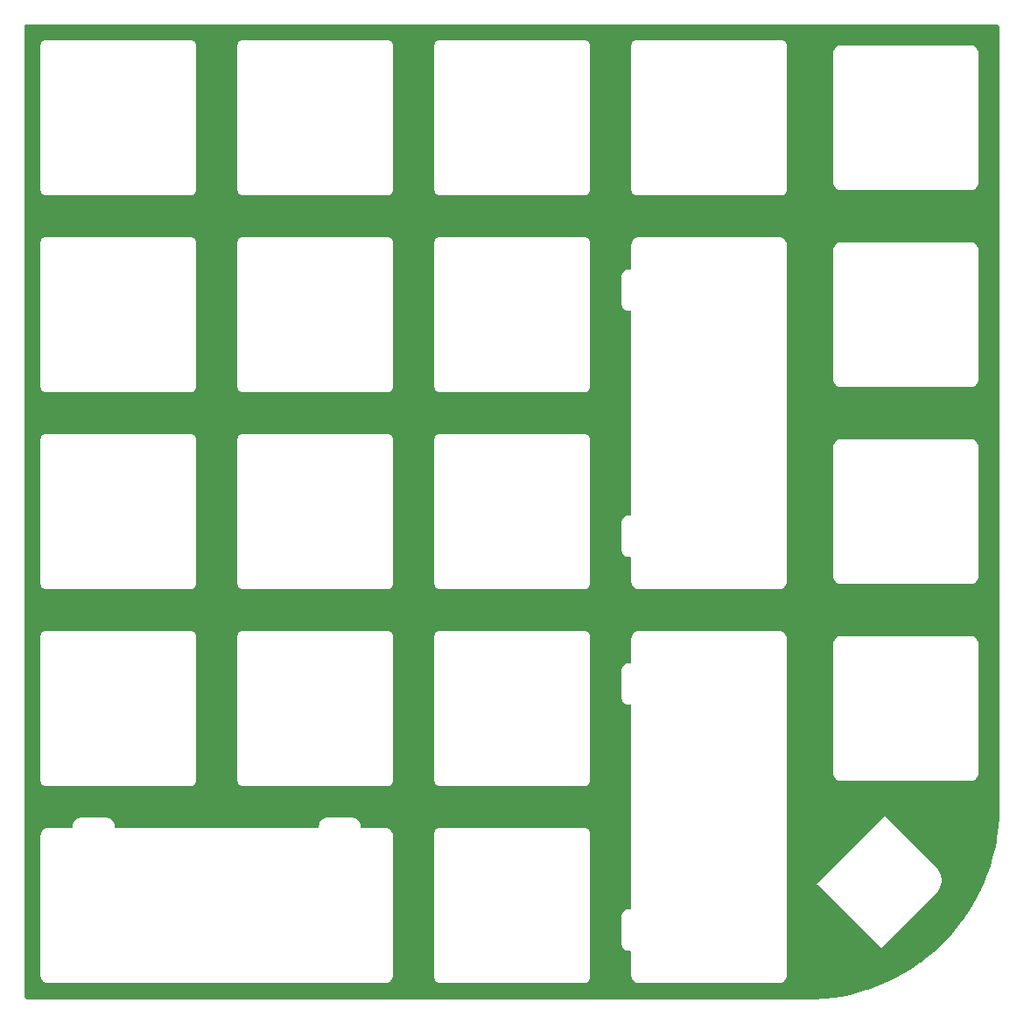
<source format=gtl>
%TF.GenerationSoftware,KiCad,Pcbnew,(5.99.0-12610-g07e01e6297)*%
%TF.CreationDate,2021-11-07T21:17:50+00:00*%
%TF.ProjectId,Envoy-Switchplate,456e766f-792d-4537-9769-746368706c61,rev?*%
%TF.SameCoordinates,Original*%
%TF.FileFunction,Copper,L1,Top*%
%TF.FilePolarity,Positive*%
%FSLAX46Y46*%
G04 Gerber Fmt 4.6, Leading zero omitted, Abs format (unit mm)*
G04 Created by KiCad (PCBNEW (5.99.0-12610-g07e01e6297)) date 2021-11-07 21:17:50*
%MOMM*%
%LPD*%
G01*
G04 APERTURE LIST*
G04 APERTURE END LIST*
%TA.AperFunction,NonConductor*%
G36*
X187295057Y-66803500D02*
G01*
X187309858Y-66805805D01*
X187309861Y-66805805D01*
X187318730Y-66807186D01*
X187327633Y-66806022D01*
X187336608Y-66806131D01*
X187336605Y-66806339D01*
X187358029Y-66806348D01*
X187365838Y-66807376D01*
X187407164Y-66812817D01*
X187438934Y-66821330D01*
X187444155Y-66823492D01*
X187500174Y-66846696D01*
X187528659Y-66863142D01*
X187581247Y-66903494D01*
X187604506Y-66926753D01*
X187644858Y-66979341D01*
X187661304Y-67007826D01*
X187686670Y-67069064D01*
X187695183Y-67100836D01*
X187701170Y-67146309D01*
X187702239Y-67164294D01*
X187702196Y-67167858D01*
X187700814Y-67176730D01*
X187703274Y-67195539D01*
X187704936Y-67208251D01*
X187706000Y-67224589D01*
X187706000Y-142444672D01*
X187704500Y-142464056D01*
X187700814Y-142487730D01*
X187704114Y-142512965D01*
X187705144Y-142532116D01*
X187687266Y-143328739D01*
X187687013Y-143334380D01*
X187656412Y-143788249D01*
X187631034Y-144164657D01*
X187630527Y-144170288D01*
X187612990Y-144325931D01*
X187539359Y-144979433D01*
X187537358Y-144997191D01*
X187536602Y-145002772D01*
X187448469Y-145559226D01*
X187406423Y-145824696D01*
X187405415Y-145830250D01*
X187388456Y-145913078D01*
X187238498Y-146645466D01*
X187237244Y-146650962D01*
X187033916Y-147457892D01*
X187032412Y-147463343D01*
X186793082Y-148260348D01*
X186791334Y-148265725D01*
X186516502Y-149051150D01*
X186514515Y-149056444D01*
X186356348Y-149450750D01*
X186204718Y-149828757D01*
X186202500Y-149833946D01*
X185989346Y-150303222D01*
X185858363Y-150591590D01*
X185855917Y-150596671D01*
X185811900Y-150683059D01*
X185478116Y-151338146D01*
X185475436Y-151343125D01*
X185064778Y-152066855D01*
X185061878Y-152071709D01*
X184619152Y-152776302D01*
X184616037Y-152781021D01*
X184413573Y-153073261D01*
X184163497Y-153434226D01*
X184142159Y-153465025D01*
X184138836Y-153469600D01*
X183634713Y-154131697D01*
X183631187Y-154136117D01*
X183097905Y-154774886D01*
X183094185Y-154779144D01*
X182532761Y-155393367D01*
X182528853Y-155397454D01*
X181940454Y-155985853D01*
X181936367Y-155989761D01*
X181322144Y-156551185D01*
X181317886Y-156554905D01*
X180679117Y-157088187D01*
X180674698Y-157091712D01*
X180037109Y-157577175D01*
X180012600Y-157595836D01*
X180008025Y-157599159D01*
X179324021Y-158073037D01*
X179319302Y-158076152D01*
X178614709Y-158518878D01*
X178609856Y-158521778D01*
X178080088Y-158822378D01*
X177886125Y-158932436D01*
X177881150Y-158935114D01*
X177139671Y-159312917D01*
X177134604Y-159315356D01*
X176376946Y-159659500D01*
X176371766Y-159661714D01*
X175985600Y-159816617D01*
X175599444Y-159971515D01*
X175594150Y-159973502D01*
X175199917Y-160111450D01*
X174808716Y-160248337D01*
X174803357Y-160250079D01*
X174507517Y-160338916D01*
X174006343Y-160489412D01*
X174000895Y-160490915D01*
X173193962Y-160694244D01*
X173188483Y-160695494D01*
X172373250Y-160862415D01*
X172367705Y-160863421D01*
X171545772Y-160993602D01*
X171540208Y-160994356D01*
X171033855Y-161051408D01*
X170713288Y-161087527D01*
X170707657Y-161088034D01*
X170502622Y-161101858D01*
X169877380Y-161144013D01*
X169871748Y-161144266D01*
X169477269Y-161153119D01*
X169082766Y-161161973D01*
X169060554Y-161160505D01*
X169052144Y-161159195D01*
X169052138Y-161159195D01*
X169043270Y-161157814D01*
X169034368Y-161158978D01*
X169034365Y-161158978D01*
X169011749Y-161161936D01*
X168995411Y-161163000D01*
X93775328Y-161163000D01*
X93755943Y-161161500D01*
X93741142Y-161159195D01*
X93741139Y-161159195D01*
X93732270Y-161157814D01*
X93723367Y-161158978D01*
X93714392Y-161158869D01*
X93714395Y-161158661D01*
X93692971Y-161158652D01*
X93678087Y-161156693D01*
X93643836Y-161152183D01*
X93612066Y-161143670D01*
X93581445Y-161130987D01*
X93550826Y-161118304D01*
X93522341Y-161101858D01*
X93469753Y-161061506D01*
X93446494Y-161038247D01*
X93406142Y-160985659D01*
X93389696Y-160957174D01*
X93364330Y-160895936D01*
X93355817Y-160864164D01*
X93350280Y-160822108D01*
X93349749Y-160796455D01*
X93350071Y-160794539D01*
X93350224Y-160782000D01*
X93346273Y-160754412D01*
X93345000Y-160736549D01*
X93345000Y-145300745D01*
X94912275Y-145300745D01*
X94912965Y-145305562D01*
X94916227Y-145328343D01*
X94917499Y-145346204D01*
X94917501Y-158751423D01*
X94916001Y-158770808D01*
X94913697Y-158785608D01*
X94912315Y-158794481D01*
X94915703Y-158820386D01*
X94915703Y-158820387D01*
X94916158Y-158824363D01*
X94928468Y-158949345D01*
X94930263Y-158955263D01*
X94930264Y-158955267D01*
X94970014Y-159086304D01*
X94971811Y-159092228D01*
X94974730Y-159097689D01*
X95039279Y-159218451D01*
X95042197Y-159223911D01*
X95136920Y-159339331D01*
X95252340Y-159434054D01*
X95384023Y-159504440D01*
X95389943Y-159506236D01*
X95389946Y-159506237D01*
X95520984Y-159545987D01*
X95520988Y-159545988D01*
X95526906Y-159547783D01*
X95620843Y-159557035D01*
X95629382Y-159558172D01*
X95662961Y-159563821D01*
X95669289Y-159563898D01*
X95670641Y-159563915D01*
X95670645Y-159563915D01*
X95675500Y-159563974D01*
X95703088Y-159560023D01*
X95720951Y-159558750D01*
X110654459Y-159558749D01*
X128172292Y-159558748D01*
X128193195Y-159560494D01*
X128212959Y-159563819D01*
X128219097Y-159563894D01*
X128220633Y-159563913D01*
X128220638Y-159563913D01*
X128225498Y-159563972D01*
X128230311Y-159563283D01*
X128230323Y-159563282D01*
X128257560Y-159559381D01*
X128263051Y-159558718D01*
X128374092Y-159547781D01*
X128516976Y-159504439D01*
X128522430Y-159501524D01*
X128522432Y-159501523D01*
X128606597Y-159456536D01*
X128648658Y-159434054D01*
X128764079Y-159339331D01*
X128858802Y-159223911D01*
X128861721Y-159218451D01*
X128914129Y-159120402D01*
X133017024Y-159120402D01*
X133019490Y-159129031D01*
X133019491Y-159129036D01*
X133025139Y-159148798D01*
X133028717Y-159165559D01*
X133031630Y-159185902D01*
X133031633Y-159185912D01*
X133032905Y-159194795D01*
X133043521Y-159218145D01*
X133049964Y-159235657D01*
X133057012Y-159260315D01*
X133072774Y-159285298D01*
X133080904Y-159300364D01*
X133093133Y-159327260D01*
X133109874Y-159346689D01*
X133120979Y-159361697D01*
X133134660Y-159383381D01*
X133141388Y-159389323D01*
X133156796Y-159402931D01*
X133168841Y-159415124D01*
X133181768Y-159430126D01*
X133188119Y-159437497D01*
X133195647Y-159442376D01*
X133195650Y-159442379D01*
X133209639Y-159451446D01*
X133224513Y-159462736D01*
X133243728Y-159479706D01*
X133251854Y-159483521D01*
X133251855Y-159483522D01*
X133257521Y-159486182D01*
X133270466Y-159492260D01*
X133285435Y-159500574D01*
X133310227Y-159516643D01*
X133327150Y-159521704D01*
X133334790Y-159523989D01*
X133352236Y-159530651D01*
X133375448Y-159541549D01*
X133404630Y-159546093D01*
X133421349Y-159549876D01*
X133441036Y-159555764D01*
X133441039Y-159555765D01*
X133449641Y-159558337D01*
X133458616Y-159558392D01*
X133458617Y-159558392D01*
X133465310Y-159558433D01*
X133484056Y-159558547D01*
X133484828Y-159558580D01*
X133485923Y-159558750D01*
X133516798Y-159558750D01*
X133517568Y-159558752D01*
X133591216Y-159559202D01*
X133591217Y-159559202D01*
X133595152Y-159559226D01*
X133596496Y-159558842D01*
X133597841Y-159558750D01*
X147516798Y-159558750D01*
X147517569Y-159558752D01*
X147595152Y-159559226D01*
X147603781Y-159556760D01*
X147603786Y-159556759D01*
X147623548Y-159551111D01*
X147640309Y-159547533D01*
X147660652Y-159544620D01*
X147660662Y-159544617D01*
X147669545Y-159543345D01*
X147692895Y-159532729D01*
X147710407Y-159526286D01*
X147726437Y-159521704D01*
X147735065Y-159519238D01*
X147760048Y-159503476D01*
X147775114Y-159495346D01*
X147802010Y-159483117D01*
X147821439Y-159466376D01*
X147836447Y-159455271D01*
X147850539Y-159446380D01*
X147858131Y-159441590D01*
X147877682Y-159419453D01*
X147889874Y-159407409D01*
X147905449Y-159393989D01*
X147905450Y-159393987D01*
X147912247Y-159388131D01*
X147917126Y-159380603D01*
X147917129Y-159380600D01*
X147926196Y-159366611D01*
X147937486Y-159351737D01*
X147944979Y-159343253D01*
X147954456Y-159332522D01*
X147967010Y-159305784D01*
X147975324Y-159290815D01*
X147991393Y-159266023D01*
X147998739Y-159241459D01*
X148005401Y-159224014D01*
X148012483Y-159208929D01*
X148016299Y-159200802D01*
X148020843Y-159171620D01*
X148024626Y-159154901D01*
X148030514Y-159135214D01*
X148030515Y-159135211D01*
X148033087Y-159126609D01*
X148033297Y-159092194D01*
X148033330Y-159091422D01*
X148033500Y-159090327D01*
X148033500Y-159059452D01*
X148033502Y-159058682D01*
X148033952Y-158985034D01*
X148033952Y-158985033D01*
X148033976Y-158981098D01*
X148033592Y-158979754D01*
X148033500Y-158978409D01*
X148033500Y-153175745D01*
X151092275Y-153175745D01*
X151092965Y-153180562D01*
X151096228Y-153203350D01*
X151097500Y-153221211D01*
X151097500Y-155626422D01*
X151096000Y-155645806D01*
X151092314Y-155669480D01*
X151095702Y-155695386D01*
X151096157Y-155699362D01*
X151108467Y-155824344D01*
X151151810Y-155967227D01*
X151154727Y-155972685D01*
X151154729Y-155972689D01*
X151219277Y-156093450D01*
X151222195Y-156098909D01*
X151316918Y-156214329D01*
X151432337Y-156309053D01*
X151564019Y-156379439D01*
X151706902Y-156422783D01*
X151800843Y-156432036D01*
X151809373Y-156433172D01*
X151842956Y-156438822D01*
X151849122Y-156438897D01*
X151850630Y-156438916D01*
X151850635Y-156438916D01*
X151855495Y-156438975D01*
X151883093Y-156435023D01*
X151900953Y-156433751D01*
X151941500Y-156433751D01*
X152009621Y-156453753D01*
X152056114Y-156507409D01*
X152067500Y-156559751D01*
X152067500Y-158751422D01*
X152066000Y-158770807D01*
X152065635Y-158773154D01*
X152062314Y-158794480D01*
X152065401Y-158818084D01*
X152065702Y-158820386D01*
X152066157Y-158824362D01*
X152078467Y-158949344D01*
X152080262Y-158955262D01*
X152080263Y-158955266D01*
X152120013Y-159086304D01*
X152120014Y-159086307D01*
X152121810Y-159092227D01*
X152124727Y-159097685D01*
X152124729Y-159097689D01*
X152189277Y-159218450D01*
X152192195Y-159223909D01*
X152286918Y-159339329D01*
X152291698Y-159343252D01*
X152364416Y-159402931D01*
X152402337Y-159434053D01*
X152534019Y-159504439D01*
X152676902Y-159547783D01*
X152770843Y-159557036D01*
X152779373Y-159558172D01*
X152812956Y-159563822D01*
X152819146Y-159563898D01*
X152820631Y-159563916D01*
X152820636Y-159563916D01*
X152825495Y-159563975D01*
X152841328Y-159561708D01*
X152853093Y-159560023D01*
X152870954Y-159558751D01*
X159040545Y-159558750D01*
X166272294Y-159558749D01*
X166293198Y-159560495D01*
X166312962Y-159563820D01*
X166319290Y-159563897D01*
X166320642Y-159563914D01*
X166320646Y-159563914D01*
X166325501Y-159563973D01*
X166330318Y-159563283D01*
X166330320Y-159563283D01*
X166357547Y-159559384D01*
X166363059Y-159558718D01*
X166467932Y-159548389D01*
X166474095Y-159547782D01*
X166480013Y-159545987D01*
X166480017Y-159545986D01*
X166611055Y-159506236D01*
X166611058Y-159506235D01*
X166616978Y-159504439D01*
X166748661Y-159434053D01*
X166864081Y-159339330D01*
X166958804Y-159223910D01*
X166961723Y-159218450D01*
X167024975Y-159100113D01*
X167029190Y-159092227D01*
X167030986Y-159086307D01*
X167030987Y-159086304D01*
X167070737Y-158955266D01*
X167070738Y-158955262D01*
X167072533Y-158949344D01*
X167081785Y-158855407D01*
X167082923Y-158846858D01*
X167088571Y-158813289D01*
X167088724Y-158800750D01*
X167084772Y-158773154D01*
X167083500Y-158755299D01*
X167083499Y-149970750D01*
X170015500Y-149970750D01*
X176235500Y-156190750D01*
X181585500Y-150840750D01*
X181715500Y-150680750D01*
X181835500Y-150500750D01*
X181925500Y-150300750D01*
X181995500Y-150100750D01*
X182025500Y-149960750D01*
X182045500Y-149820750D01*
X182055500Y-149600750D01*
X182055500Y-149450750D01*
X182054949Y-149446614D01*
X182054948Y-149446606D01*
X182035909Y-149303818D01*
X182035500Y-149300750D01*
X181995500Y-149130750D01*
X181945500Y-148960750D01*
X181815500Y-148700750D01*
X181755500Y-148600750D01*
X181675500Y-148490750D01*
X181585500Y-148390750D01*
X176595500Y-143400750D01*
X170015500Y-149970750D01*
X167083499Y-149970750D01*
X167083499Y-139244480D01*
X171612314Y-139244480D01*
X171615702Y-139270386D01*
X171616157Y-139274362D01*
X171628467Y-139399344D01*
X171671810Y-139542227D01*
X171742195Y-139673909D01*
X171836918Y-139789329D01*
X171952337Y-139884053D01*
X172084019Y-139954439D01*
X172226902Y-139997783D01*
X172320843Y-140007036D01*
X172329373Y-140008172D01*
X172362956Y-140013822D01*
X172369146Y-140013898D01*
X172370631Y-140013916D01*
X172370636Y-140013916D01*
X172375495Y-140013975D01*
X172391324Y-140011708D01*
X172403100Y-140010022D01*
X172420961Y-140008750D01*
X184822300Y-140008750D01*
X184843204Y-140010496D01*
X184862962Y-140013820D01*
X184869290Y-140013897D01*
X184870642Y-140013914D01*
X184870646Y-140013914D01*
X184875501Y-140013973D01*
X184880318Y-140013283D01*
X184880320Y-140013283D01*
X184907547Y-140009384D01*
X184913059Y-140008718D01*
X185017932Y-139998389D01*
X185024095Y-139997782D01*
X185030013Y-139995987D01*
X185030017Y-139995986D01*
X185161055Y-139956236D01*
X185161058Y-139956235D01*
X185166978Y-139954439D01*
X185298661Y-139884053D01*
X185414081Y-139789330D01*
X185508804Y-139673910D01*
X185511723Y-139668450D01*
X185559809Y-139578486D01*
X185579190Y-139542227D01*
X185622533Y-139399344D01*
X185631785Y-139305407D01*
X185632923Y-139296858D01*
X185638571Y-139263289D01*
X185638724Y-139250750D01*
X185634773Y-139223162D01*
X185633500Y-139205299D01*
X185633500Y-126803958D01*
X185635246Y-126783052D01*
X185636433Y-126776001D01*
X185638571Y-126763291D01*
X185638724Y-126750752D01*
X185638035Y-126745939D01*
X185638034Y-126745927D01*
X185634133Y-126718691D01*
X185633467Y-126713177D01*
X185633219Y-126710650D01*
X185622533Y-126602157D01*
X185620737Y-126596234D01*
X185580987Y-126465196D01*
X185580986Y-126465193D01*
X185579190Y-126459273D01*
X185508804Y-126327590D01*
X185414081Y-126212169D01*
X185298660Y-126117446D01*
X185166977Y-126047060D01*
X185161057Y-126045264D01*
X185161054Y-126045263D01*
X185030015Y-126005513D01*
X185030011Y-126005512D01*
X185024093Y-126003717D01*
X185017932Y-126003110D01*
X185017931Y-126003110D01*
X184930160Y-125994465D01*
X184921610Y-125993326D01*
X184892839Y-125988486D01*
X184892829Y-125988485D01*
X184888037Y-125987679D01*
X184881682Y-125987601D01*
X184880357Y-125987585D01*
X184880353Y-125987585D01*
X184875498Y-125987526D01*
X184847911Y-125991477D01*
X184830048Y-125992750D01*
X172428700Y-125992750D01*
X172407796Y-125991004D01*
X172404832Y-125990505D01*
X172388038Y-125987680D01*
X172381710Y-125987603D01*
X172380358Y-125987586D01*
X172380354Y-125987586D01*
X172375499Y-125987527D01*
X172370682Y-125988217D01*
X172370680Y-125988217D01*
X172343453Y-125992116D01*
X172337941Y-125992782D01*
X172233078Y-126003110D01*
X172226905Y-126003718D01*
X172220987Y-126005513D01*
X172220983Y-126005514D01*
X172089945Y-126045264D01*
X172089942Y-126045265D01*
X172084022Y-126047061D01*
X171952339Y-126117447D01*
X171836919Y-126212170D01*
X171742196Y-126327590D01*
X171671810Y-126459273D01*
X171628467Y-126602156D01*
X171627860Y-126608319D01*
X171618474Y-126703616D01*
X171617581Y-126710650D01*
X171613695Y-126735606D01*
X171613695Y-126735611D01*
X171612314Y-126744480D01*
X171613478Y-126753382D01*
X171613478Y-126753385D01*
X171616436Y-126776001D01*
X171617500Y-126792339D01*
X171617500Y-139201422D01*
X171616000Y-139220806D01*
X171612314Y-139244480D01*
X167083499Y-139244480D01*
X167083498Y-126303958D01*
X167085244Y-126283052D01*
X167087763Y-126268082D01*
X167087763Y-126268081D01*
X167088569Y-126263291D01*
X167088722Y-126250752D01*
X167088033Y-126245939D01*
X167088032Y-126245927D01*
X167084131Y-126218690D01*
X167083465Y-126213177D01*
X167082980Y-126208247D01*
X167072531Y-126102158D01*
X167029189Y-125959274D01*
X167018926Y-125940072D01*
X166961720Y-125833048D01*
X166958804Y-125827592D01*
X166864081Y-125712171D01*
X166748661Y-125617448D01*
X166734559Y-125609910D01*
X166708963Y-125596229D01*
X166616979Y-125547062D01*
X166474096Y-125503718D01*
X166380154Y-125494465D01*
X166371624Y-125493329D01*
X166338041Y-125487679D01*
X166331851Y-125487603D01*
X166330366Y-125487585D01*
X166330361Y-125487585D01*
X166325502Y-125487526D01*
X166309669Y-125489793D01*
X166297904Y-125491478D01*
X166280043Y-125492750D01*
X152878702Y-125492750D01*
X152857801Y-125491004D01*
X152838035Y-125487679D01*
X152831680Y-125487601D01*
X152830355Y-125487585D01*
X152830351Y-125487585D01*
X152825496Y-125487526D01*
X152808139Y-125490012D01*
X152793453Y-125492115D01*
X152787941Y-125492781D01*
X152732334Y-125498258D01*
X152676902Y-125503718D01*
X152534019Y-125547062D01*
X152442035Y-125596229D01*
X152416440Y-125609910D01*
X152402337Y-125617448D01*
X152286917Y-125712171D01*
X152192194Y-125827592D01*
X152189278Y-125833048D01*
X152132073Y-125940072D01*
X152121809Y-125959274D01*
X152078467Y-126102158D01*
X152076961Y-126117446D01*
X152069215Y-126196090D01*
X152068076Y-126204640D01*
X152063236Y-126233411D01*
X152063235Y-126233421D01*
X152062429Y-126238213D01*
X152062276Y-126250752D01*
X152062966Y-126255567D01*
X152066227Y-126278339D01*
X152067500Y-126296202D01*
X152067500Y-128491750D01*
X152047498Y-128559871D01*
X151993842Y-128606364D01*
X151941500Y-128617750D01*
X151908702Y-128617750D01*
X151887801Y-128616004D01*
X151868035Y-128612679D01*
X151861680Y-128612601D01*
X151860355Y-128612585D01*
X151860351Y-128612585D01*
X151855496Y-128612526D01*
X151838139Y-128615012D01*
X151823453Y-128617115D01*
X151817941Y-128617781D01*
X151762334Y-128623258D01*
X151706902Y-128628718D01*
X151564019Y-128672062D01*
X151432337Y-128742448D01*
X151316917Y-128837171D01*
X151222194Y-128952592D01*
X151151809Y-129084274D01*
X151108467Y-129227158D01*
X151107860Y-129233323D01*
X151099215Y-129321090D01*
X151098076Y-129329640D01*
X151093236Y-129358411D01*
X151093235Y-129358421D01*
X151092429Y-129363213D01*
X151092276Y-129375752D01*
X151092966Y-129380567D01*
X151096227Y-129403339D01*
X151097500Y-129421202D01*
X151097500Y-131822548D01*
X151095754Y-131843449D01*
X151092429Y-131863215D01*
X151092276Y-131875754D01*
X151092966Y-131880570D01*
X151096865Y-131907797D01*
X151097531Y-131913309D01*
X151108468Y-132024348D01*
X151151812Y-132167231D01*
X151222198Y-132298913D01*
X151316921Y-132414333D01*
X151432342Y-132509056D01*
X151498183Y-132544248D01*
X151558568Y-132576525D01*
X151558570Y-132576526D01*
X151564024Y-132579441D01*
X151706908Y-132622783D01*
X151741949Y-132626234D01*
X151800840Y-132632035D01*
X151809390Y-132633174D01*
X151838161Y-132638014D01*
X151838171Y-132638015D01*
X151842963Y-132638821D01*
X151849318Y-132638899D01*
X151850643Y-132638915D01*
X151850647Y-132638915D01*
X151855502Y-132638974D01*
X151883090Y-132635023D01*
X151900952Y-132633750D01*
X151941500Y-132633750D01*
X152009621Y-132653752D01*
X152056114Y-132707408D01*
X152067500Y-132759750D01*
X152067500Y-152291750D01*
X152047498Y-152359871D01*
X151993842Y-152406364D01*
X151941500Y-152417750D01*
X151908707Y-152417750D01*
X151887803Y-152416004D01*
X151884637Y-152415471D01*
X151868039Y-152412679D01*
X151861711Y-152412602D01*
X151860359Y-152412585D01*
X151860355Y-152412585D01*
X151855500Y-152412526D01*
X151850683Y-152413216D01*
X151850681Y-152413216D01*
X151823454Y-152417115D01*
X151817942Y-152417781D01*
X151713069Y-152428110D01*
X151706906Y-152428717D01*
X151700988Y-152430512D01*
X151700984Y-152430513D01*
X151569946Y-152470263D01*
X151569943Y-152470264D01*
X151564023Y-152472060D01*
X151558565Y-152474977D01*
X151558561Y-152474979D01*
X151437800Y-152539527D01*
X151432341Y-152542445D01*
X151316921Y-152637168D01*
X151222197Y-152752587D01*
X151151811Y-152884269D01*
X151108467Y-153027152D01*
X151107386Y-153038132D01*
X151099215Y-153121083D01*
X151098078Y-153129623D01*
X151092428Y-153163206D01*
X151092275Y-153175745D01*
X148033500Y-153175745D01*
X148033500Y-145059452D01*
X148033502Y-145058682D01*
X148033843Y-145002795D01*
X148033976Y-144981098D01*
X148031510Y-144972469D01*
X148031509Y-144972464D01*
X148025861Y-144952702D01*
X148022283Y-144935941D01*
X148019370Y-144915598D01*
X148019367Y-144915588D01*
X148018095Y-144906705D01*
X148007479Y-144883355D01*
X148001036Y-144865843D01*
X147996454Y-144849813D01*
X147993988Y-144841185D01*
X147978226Y-144816202D01*
X147970096Y-144801136D01*
X147957867Y-144774240D01*
X147941126Y-144754811D01*
X147930021Y-144739803D01*
X147921130Y-144725711D01*
X147916340Y-144718119D01*
X147894203Y-144698568D01*
X147882159Y-144686376D01*
X147868739Y-144670801D01*
X147868737Y-144670800D01*
X147862881Y-144664003D01*
X147855353Y-144659124D01*
X147855350Y-144659121D01*
X147841361Y-144650054D01*
X147826487Y-144638764D01*
X147814002Y-144627738D01*
X147807272Y-144621794D01*
X147799146Y-144617979D01*
X147799145Y-144617978D01*
X147793479Y-144615318D01*
X147780534Y-144609240D01*
X147765565Y-144600926D01*
X147740773Y-144584857D01*
X147716209Y-144577511D01*
X147698764Y-144570849D01*
X147694327Y-144568766D01*
X147675552Y-144559951D01*
X147646370Y-144555407D01*
X147629651Y-144551624D01*
X147609964Y-144545736D01*
X147609961Y-144545735D01*
X147601359Y-144543163D01*
X147592384Y-144543108D01*
X147592383Y-144543108D01*
X147585690Y-144543067D01*
X147566944Y-144542953D01*
X147566172Y-144542920D01*
X147565077Y-144542750D01*
X147534202Y-144542750D01*
X147533432Y-144542748D01*
X147459784Y-144542298D01*
X147459783Y-144542298D01*
X147455848Y-144542274D01*
X147454504Y-144542658D01*
X147453159Y-144542750D01*
X133534202Y-144542750D01*
X133533432Y-144542748D01*
X133532578Y-144542743D01*
X133455848Y-144542274D01*
X133447219Y-144544740D01*
X133447214Y-144544741D01*
X133427452Y-144550389D01*
X133410691Y-144553967D01*
X133390348Y-144556880D01*
X133390338Y-144556883D01*
X133381455Y-144558155D01*
X133358105Y-144568771D01*
X133340593Y-144575214D01*
X133332557Y-144577511D01*
X133315935Y-144582262D01*
X133290952Y-144598024D01*
X133275886Y-144606154D01*
X133248990Y-144618383D01*
X133229561Y-144635124D01*
X133214553Y-144646229D01*
X133192869Y-144659910D01*
X133186927Y-144666638D01*
X133173319Y-144682046D01*
X133161127Y-144694090D01*
X133138753Y-144713369D01*
X133133874Y-144720897D01*
X133133871Y-144720900D01*
X133124804Y-144734889D01*
X133113514Y-144749763D01*
X133096544Y-144768978D01*
X133083990Y-144795716D01*
X133075676Y-144810685D01*
X133059607Y-144835477D01*
X133057035Y-144844077D01*
X133052261Y-144860040D01*
X133045599Y-144877486D01*
X133034701Y-144900698D01*
X133030158Y-144929878D01*
X133026374Y-144946599D01*
X133020486Y-144966286D01*
X133020485Y-144966289D01*
X133017913Y-144974891D01*
X133017743Y-145002795D01*
X133017703Y-145009296D01*
X133017670Y-145010078D01*
X133017500Y-145011173D01*
X133017500Y-145042048D01*
X133017498Y-145042818D01*
X133017024Y-145120402D01*
X133017408Y-145121746D01*
X133017500Y-145123091D01*
X133017500Y-159042048D01*
X133017498Y-159042818D01*
X133017024Y-159120402D01*
X128914129Y-159120402D01*
X128915609Y-159117633D01*
X128929188Y-159092229D01*
X128972532Y-158949346D01*
X128981785Y-158855404D01*
X128982921Y-158846874D01*
X128988571Y-158813291D01*
X128988724Y-158800752D01*
X128984772Y-158773154D01*
X128983500Y-158755293D01*
X128983500Y-145353952D01*
X128985246Y-145333048D01*
X128988571Y-145313285D01*
X128988724Y-145300746D01*
X128984135Y-145268703D01*
X128983469Y-145263191D01*
X128976732Y-145194795D01*
X128972532Y-145152152D01*
X128929188Y-145009269D01*
X128858802Y-144877587D01*
X128764079Y-144762167D01*
X128648658Y-144667444D01*
X128556113Y-144617978D01*
X128522432Y-144599975D01*
X128522430Y-144599974D01*
X128516976Y-144597059D01*
X128374092Y-144553717D01*
X128339051Y-144550266D01*
X128280160Y-144544465D01*
X128271610Y-144543326D01*
X128242839Y-144538486D01*
X128242829Y-144538485D01*
X128238037Y-144537679D01*
X128231682Y-144537601D01*
X128230357Y-144537585D01*
X128230353Y-144537585D01*
X128225498Y-144537526D01*
X128197911Y-144541477D01*
X128180048Y-144542750D01*
X125984500Y-144542750D01*
X125916379Y-144522748D01*
X125869886Y-144469092D01*
X125858500Y-144416750D01*
X125858500Y-144383952D01*
X125860246Y-144363048D01*
X125862764Y-144348079D01*
X125863571Y-144343285D01*
X125863724Y-144330746D01*
X125859135Y-144298703D01*
X125858469Y-144293191D01*
X125848139Y-144188316D01*
X125847532Y-144182152D01*
X125804188Y-144039269D01*
X125733802Y-143907587D01*
X125639079Y-143792167D01*
X125523658Y-143697444D01*
X125397439Y-143629979D01*
X125397432Y-143629975D01*
X125397430Y-143629974D01*
X125391976Y-143627059D01*
X125249092Y-143583717D01*
X125214051Y-143580266D01*
X125155160Y-143574465D01*
X125146610Y-143573326D01*
X125117839Y-143568486D01*
X125117829Y-143568485D01*
X125113037Y-143567679D01*
X125106682Y-143567601D01*
X125105357Y-143567585D01*
X125105353Y-143567585D01*
X125100498Y-143567526D01*
X125072911Y-143571477D01*
X125055048Y-143572750D01*
X122653702Y-143572750D01*
X122632801Y-143571004D01*
X122613035Y-143567679D01*
X122606680Y-143567601D01*
X122605355Y-143567585D01*
X122605351Y-143567585D01*
X122600496Y-143567526D01*
X122583139Y-143570012D01*
X122568453Y-143572115D01*
X122562941Y-143572781D01*
X122507334Y-143578258D01*
X122451902Y-143583718D01*
X122309019Y-143627062D01*
X122198639Y-143686062D01*
X122182804Y-143694526D01*
X122177337Y-143697448D01*
X122061917Y-143792171D01*
X121967194Y-143907592D01*
X121896809Y-144039274D01*
X121853467Y-144182158D01*
X121852860Y-144188323D01*
X121844215Y-144276090D01*
X121843076Y-144284640D01*
X121838236Y-144313411D01*
X121838236Y-144313413D01*
X121837429Y-144318213D01*
X121837276Y-144330752D01*
X121841227Y-144358339D01*
X121842500Y-144376202D01*
X121842500Y-144416750D01*
X121822498Y-144484871D01*
X121768842Y-144531364D01*
X121716500Y-144542750D01*
X102184500Y-144542750D01*
X102116379Y-144522748D01*
X102069886Y-144469092D01*
X102058500Y-144416750D01*
X102058500Y-144383957D01*
X102060246Y-144363053D01*
X102062764Y-144348085D01*
X102062765Y-144348079D01*
X102063571Y-144343289D01*
X102063724Y-144330750D01*
X102063034Y-144325930D01*
X102059135Y-144298704D01*
X102058469Y-144293192D01*
X102048140Y-144188319D01*
X102047533Y-144182156D01*
X102004190Y-144039273D01*
X102001270Y-144033809D01*
X101936723Y-143913050D01*
X101936722Y-143913048D01*
X101933805Y-143907591D01*
X101839082Y-143792171D01*
X101834302Y-143788248D01*
X101728453Y-143701378D01*
X101728449Y-143701375D01*
X101723663Y-143697447D01*
X101591981Y-143627061D01*
X101449098Y-143583717D01*
X101355157Y-143574464D01*
X101346627Y-143573328D01*
X101313044Y-143567678D01*
X101306854Y-143567602D01*
X101305369Y-143567584D01*
X101305364Y-143567584D01*
X101300505Y-143567525D01*
X101284676Y-143569792D01*
X101272900Y-143571478D01*
X101255039Y-143572750D01*
X98853707Y-143572750D01*
X98832803Y-143571004D01*
X98829637Y-143570471D01*
X98813039Y-143567679D01*
X98806711Y-143567602D01*
X98805359Y-143567585D01*
X98805355Y-143567585D01*
X98800500Y-143567526D01*
X98795683Y-143568216D01*
X98795681Y-143568216D01*
X98768454Y-143572115D01*
X98762942Y-143572781D01*
X98658069Y-143583110D01*
X98651906Y-143583717D01*
X98645988Y-143585512D01*
X98645984Y-143585513D01*
X98514946Y-143625263D01*
X98514943Y-143625264D01*
X98509023Y-143627060D01*
X98503565Y-143629977D01*
X98503561Y-143629979D01*
X98382802Y-143694526D01*
X98377341Y-143697445D01*
X98261921Y-143792168D01*
X98167197Y-143907587D01*
X98096811Y-144039269D01*
X98053467Y-144182152D01*
X98052860Y-144188316D01*
X98044215Y-144276083D01*
X98043078Y-144284623D01*
X98037428Y-144318206D01*
X98037275Y-144330745D01*
X98039757Y-144348079D01*
X98041227Y-144358342D01*
X98042499Y-144376203D01*
X98042499Y-144416750D01*
X98022497Y-144484871D01*
X97968841Y-144531364D01*
X97916499Y-144542750D01*
X95728707Y-144542750D01*
X95707803Y-144541004D01*
X95704637Y-144540471D01*
X95688039Y-144537679D01*
X95681711Y-144537602D01*
X95680359Y-144537585D01*
X95680355Y-144537585D01*
X95675500Y-144537526D01*
X95670683Y-144538216D01*
X95670681Y-144538216D01*
X95643454Y-144542115D01*
X95637942Y-144542781D01*
X95536714Y-144552751D01*
X95526906Y-144553717D01*
X95520988Y-144555512D01*
X95520984Y-144555513D01*
X95389946Y-144595263D01*
X95389943Y-144595264D01*
X95384023Y-144597060D01*
X95378565Y-144599977D01*
X95378561Y-144599979D01*
X95257800Y-144664527D01*
X95252341Y-144667445D01*
X95136921Y-144762168D01*
X95042197Y-144877587D01*
X94971811Y-145009269D01*
X94928467Y-145152152D01*
X94927386Y-145163133D01*
X94919215Y-145246083D01*
X94918078Y-145254623D01*
X94912428Y-145288206D01*
X94912275Y-145300745D01*
X93345000Y-145300745D01*
X93345000Y-140070402D01*
X94917024Y-140070402D01*
X94919490Y-140079031D01*
X94919491Y-140079036D01*
X94925139Y-140098798D01*
X94928717Y-140115559D01*
X94931630Y-140135902D01*
X94931633Y-140135912D01*
X94932905Y-140144795D01*
X94943521Y-140168145D01*
X94949964Y-140185657D01*
X94957012Y-140210315D01*
X94972774Y-140235298D01*
X94980904Y-140250364D01*
X94993133Y-140277260D01*
X95009874Y-140296689D01*
X95020979Y-140311697D01*
X95034660Y-140333381D01*
X95041388Y-140339323D01*
X95056796Y-140352931D01*
X95068840Y-140365123D01*
X95088119Y-140387497D01*
X95095647Y-140392376D01*
X95095650Y-140392379D01*
X95109639Y-140401446D01*
X95124513Y-140412736D01*
X95143728Y-140429706D01*
X95151854Y-140433521D01*
X95151855Y-140433522D01*
X95157521Y-140436182D01*
X95170466Y-140442260D01*
X95185435Y-140450574D01*
X95210227Y-140466643D01*
X95227150Y-140471704D01*
X95234790Y-140473989D01*
X95252236Y-140480651D01*
X95275448Y-140491549D01*
X95304630Y-140496093D01*
X95321349Y-140499876D01*
X95341036Y-140505764D01*
X95341039Y-140505765D01*
X95349641Y-140508337D01*
X95358616Y-140508392D01*
X95358617Y-140508392D01*
X95365310Y-140508433D01*
X95384056Y-140508547D01*
X95384828Y-140508580D01*
X95385923Y-140508750D01*
X95416798Y-140508750D01*
X95417568Y-140508752D01*
X95491216Y-140509202D01*
X95491217Y-140509202D01*
X95495152Y-140509226D01*
X95496496Y-140508842D01*
X95497841Y-140508750D01*
X109416798Y-140508750D01*
X109417569Y-140508752D01*
X109495152Y-140509226D01*
X109503781Y-140506760D01*
X109503786Y-140506759D01*
X109523548Y-140501111D01*
X109540309Y-140497533D01*
X109560652Y-140494620D01*
X109560662Y-140494617D01*
X109569545Y-140493345D01*
X109592895Y-140482729D01*
X109610407Y-140476286D01*
X109626437Y-140471704D01*
X109635065Y-140469238D01*
X109660048Y-140453476D01*
X109675114Y-140445346D01*
X109702010Y-140433117D01*
X109721439Y-140416376D01*
X109736447Y-140405271D01*
X109750539Y-140396380D01*
X109758131Y-140391590D01*
X109777682Y-140369453D01*
X109789874Y-140357409D01*
X109805449Y-140343989D01*
X109805450Y-140343987D01*
X109812247Y-140338131D01*
X109817126Y-140330603D01*
X109817129Y-140330600D01*
X109826196Y-140316611D01*
X109837486Y-140301737D01*
X109848512Y-140289252D01*
X109854456Y-140282522D01*
X109867010Y-140255784D01*
X109875324Y-140240815D01*
X109891393Y-140216023D01*
X109898739Y-140191459D01*
X109905401Y-140174014D01*
X109912483Y-140158929D01*
X109916299Y-140150802D01*
X109920843Y-140121620D01*
X109924626Y-140104901D01*
X109930514Y-140085214D01*
X109930515Y-140085211D01*
X109933087Y-140076609D01*
X109933125Y-140070402D01*
X113967024Y-140070402D01*
X113969490Y-140079031D01*
X113969491Y-140079036D01*
X113975139Y-140098798D01*
X113978717Y-140115559D01*
X113981630Y-140135902D01*
X113981633Y-140135912D01*
X113982905Y-140144795D01*
X113993521Y-140168145D01*
X113999964Y-140185657D01*
X114007012Y-140210315D01*
X114022774Y-140235298D01*
X114030904Y-140250364D01*
X114043133Y-140277260D01*
X114059874Y-140296689D01*
X114070979Y-140311697D01*
X114084660Y-140333381D01*
X114091388Y-140339323D01*
X114106796Y-140352931D01*
X114118840Y-140365123D01*
X114138119Y-140387497D01*
X114145647Y-140392376D01*
X114145650Y-140392379D01*
X114159639Y-140401446D01*
X114174513Y-140412736D01*
X114193728Y-140429706D01*
X114201854Y-140433521D01*
X114201855Y-140433522D01*
X114207521Y-140436182D01*
X114220466Y-140442260D01*
X114235435Y-140450574D01*
X114260227Y-140466643D01*
X114277150Y-140471704D01*
X114284790Y-140473989D01*
X114302236Y-140480651D01*
X114325448Y-140491549D01*
X114354630Y-140496093D01*
X114371349Y-140499876D01*
X114391036Y-140505764D01*
X114391039Y-140505765D01*
X114399641Y-140508337D01*
X114408616Y-140508392D01*
X114408617Y-140508392D01*
X114415310Y-140508433D01*
X114434056Y-140508547D01*
X114434828Y-140508580D01*
X114435923Y-140508750D01*
X114466798Y-140508750D01*
X114467568Y-140508752D01*
X114541216Y-140509202D01*
X114541217Y-140509202D01*
X114545152Y-140509226D01*
X114546496Y-140508842D01*
X114547841Y-140508750D01*
X128466798Y-140508750D01*
X128467569Y-140508752D01*
X128545152Y-140509226D01*
X128553781Y-140506760D01*
X128553786Y-140506759D01*
X128573548Y-140501111D01*
X128590309Y-140497533D01*
X128610652Y-140494620D01*
X128610662Y-140494617D01*
X128619545Y-140493345D01*
X128642895Y-140482729D01*
X128660407Y-140476286D01*
X128676437Y-140471704D01*
X128685065Y-140469238D01*
X128710048Y-140453476D01*
X128725114Y-140445346D01*
X128752010Y-140433117D01*
X128771439Y-140416376D01*
X128786447Y-140405271D01*
X128800539Y-140396380D01*
X128808131Y-140391590D01*
X128827682Y-140369453D01*
X128839874Y-140357409D01*
X128855449Y-140343989D01*
X128855450Y-140343987D01*
X128862247Y-140338131D01*
X128867126Y-140330603D01*
X128867129Y-140330600D01*
X128876196Y-140316611D01*
X128887486Y-140301737D01*
X128898512Y-140289252D01*
X128904456Y-140282522D01*
X128917010Y-140255784D01*
X128925324Y-140240815D01*
X128941393Y-140216023D01*
X128948739Y-140191459D01*
X128955401Y-140174014D01*
X128962483Y-140158929D01*
X128966299Y-140150802D01*
X128970843Y-140121620D01*
X128974626Y-140104901D01*
X128980514Y-140085214D01*
X128980515Y-140085211D01*
X128983087Y-140076609D01*
X128983125Y-140070402D01*
X133017024Y-140070402D01*
X133019490Y-140079031D01*
X133019491Y-140079036D01*
X133025139Y-140098798D01*
X133028717Y-140115559D01*
X133031630Y-140135902D01*
X133031633Y-140135912D01*
X133032905Y-140144795D01*
X133043521Y-140168145D01*
X133049964Y-140185657D01*
X133057012Y-140210315D01*
X133072774Y-140235298D01*
X133080904Y-140250364D01*
X133093133Y-140277260D01*
X133109874Y-140296689D01*
X133120979Y-140311697D01*
X133134660Y-140333381D01*
X133141388Y-140339323D01*
X133156796Y-140352931D01*
X133168840Y-140365123D01*
X133188119Y-140387497D01*
X133195647Y-140392376D01*
X133195650Y-140392379D01*
X133209639Y-140401446D01*
X133224513Y-140412736D01*
X133243728Y-140429706D01*
X133251854Y-140433521D01*
X133251855Y-140433522D01*
X133257521Y-140436182D01*
X133270466Y-140442260D01*
X133285435Y-140450574D01*
X133310227Y-140466643D01*
X133327150Y-140471704D01*
X133334790Y-140473989D01*
X133352236Y-140480651D01*
X133375448Y-140491549D01*
X133404630Y-140496093D01*
X133421349Y-140499876D01*
X133441036Y-140505764D01*
X133441039Y-140505765D01*
X133449641Y-140508337D01*
X133458616Y-140508392D01*
X133458617Y-140508392D01*
X133465310Y-140508433D01*
X133484056Y-140508547D01*
X133484828Y-140508580D01*
X133485923Y-140508750D01*
X133516798Y-140508750D01*
X133517568Y-140508752D01*
X133591216Y-140509202D01*
X133591217Y-140509202D01*
X133595152Y-140509226D01*
X133596496Y-140508842D01*
X133597841Y-140508750D01*
X147516798Y-140508750D01*
X147517569Y-140508752D01*
X147595152Y-140509226D01*
X147603781Y-140506760D01*
X147603786Y-140506759D01*
X147623548Y-140501111D01*
X147640309Y-140497533D01*
X147660652Y-140494620D01*
X147660662Y-140494617D01*
X147669545Y-140493345D01*
X147692895Y-140482729D01*
X147710407Y-140476286D01*
X147726437Y-140471704D01*
X147735065Y-140469238D01*
X147760048Y-140453476D01*
X147775114Y-140445346D01*
X147802010Y-140433117D01*
X147821439Y-140416376D01*
X147836447Y-140405271D01*
X147850539Y-140396380D01*
X147858131Y-140391590D01*
X147877682Y-140369453D01*
X147889874Y-140357409D01*
X147905449Y-140343989D01*
X147905450Y-140343987D01*
X147912247Y-140338131D01*
X147917126Y-140330603D01*
X147917129Y-140330600D01*
X147926196Y-140316611D01*
X147937486Y-140301737D01*
X147948512Y-140289252D01*
X147954456Y-140282522D01*
X147967010Y-140255784D01*
X147975324Y-140240815D01*
X147991393Y-140216023D01*
X147998739Y-140191459D01*
X148005401Y-140174014D01*
X148012483Y-140158929D01*
X148016299Y-140150802D01*
X148020843Y-140121620D01*
X148024626Y-140104901D01*
X148030514Y-140085214D01*
X148030515Y-140085211D01*
X148033087Y-140076609D01*
X148033297Y-140042194D01*
X148033330Y-140041422D01*
X148033500Y-140040327D01*
X148033500Y-140009384D01*
X148033502Y-140008663D01*
X148033952Y-139935034D01*
X148033952Y-139935033D01*
X148033976Y-139931098D01*
X148033592Y-139929754D01*
X148033500Y-139928409D01*
X148033500Y-126009452D01*
X148033502Y-126008682D01*
X148033921Y-125940072D01*
X148033976Y-125931098D01*
X148031510Y-125922469D01*
X148031509Y-125922464D01*
X148025861Y-125902702D01*
X148022283Y-125885941D01*
X148019370Y-125865598D01*
X148019367Y-125865588D01*
X148018095Y-125856705D01*
X148007479Y-125833355D01*
X148001036Y-125815843D01*
X147996454Y-125799813D01*
X147993988Y-125791185D01*
X147978226Y-125766202D01*
X147970096Y-125751136D01*
X147957867Y-125724240D01*
X147941126Y-125704811D01*
X147930021Y-125689803D01*
X147921130Y-125675711D01*
X147916340Y-125668119D01*
X147894203Y-125648568D01*
X147882159Y-125636376D01*
X147868739Y-125620801D01*
X147868737Y-125620800D01*
X147862881Y-125614003D01*
X147855353Y-125609124D01*
X147855350Y-125609121D01*
X147841361Y-125600054D01*
X147826487Y-125588764D01*
X147814002Y-125577738D01*
X147807272Y-125571794D01*
X147799146Y-125567979D01*
X147799145Y-125567978D01*
X147793479Y-125565318D01*
X147780534Y-125559240D01*
X147765565Y-125550926D01*
X147740773Y-125534857D01*
X147716209Y-125527511D01*
X147698764Y-125520849D01*
X147694327Y-125518766D01*
X147675552Y-125509951D01*
X147646370Y-125505407D01*
X147629651Y-125501624D01*
X147609964Y-125495736D01*
X147609961Y-125495735D01*
X147601359Y-125493163D01*
X147592384Y-125493108D01*
X147592383Y-125493108D01*
X147585690Y-125493067D01*
X147566944Y-125492953D01*
X147566172Y-125492920D01*
X147565077Y-125492750D01*
X147534202Y-125492750D01*
X147533432Y-125492748D01*
X147459784Y-125492298D01*
X147459783Y-125492298D01*
X147455848Y-125492274D01*
X147454504Y-125492658D01*
X147453159Y-125492750D01*
X133534202Y-125492750D01*
X133533432Y-125492748D01*
X133532578Y-125492743D01*
X133455848Y-125492274D01*
X133447219Y-125494740D01*
X133447214Y-125494741D01*
X133427452Y-125500389D01*
X133410691Y-125503967D01*
X133390348Y-125506880D01*
X133390338Y-125506883D01*
X133381455Y-125508155D01*
X133358105Y-125518771D01*
X133340593Y-125525214D01*
X133332557Y-125527511D01*
X133315935Y-125532262D01*
X133290952Y-125548024D01*
X133275886Y-125556154D01*
X133248990Y-125568383D01*
X133229561Y-125585124D01*
X133214553Y-125596229D01*
X133192869Y-125609910D01*
X133186927Y-125616638D01*
X133173319Y-125632046D01*
X133161127Y-125644090D01*
X133138753Y-125663369D01*
X133133874Y-125670897D01*
X133133871Y-125670900D01*
X133124804Y-125684889D01*
X133113514Y-125699763D01*
X133096544Y-125718978D01*
X133083990Y-125745716D01*
X133075676Y-125760685D01*
X133059607Y-125785477D01*
X133057035Y-125794077D01*
X133052261Y-125810040D01*
X133045599Y-125827486D01*
X133034701Y-125850698D01*
X133030158Y-125879878D01*
X133026374Y-125896599D01*
X133020486Y-125916286D01*
X133020485Y-125916289D01*
X133017913Y-125924891D01*
X133017858Y-125933866D01*
X133017858Y-125933867D01*
X133017703Y-125959296D01*
X133017670Y-125960078D01*
X133017500Y-125961173D01*
X133017500Y-125992048D01*
X133017498Y-125992750D01*
X133017024Y-126070402D01*
X133017408Y-126071746D01*
X133017500Y-126073091D01*
X133017500Y-139992048D01*
X133017498Y-139992818D01*
X133017024Y-140070402D01*
X128983125Y-140070402D01*
X128983297Y-140042194D01*
X128983330Y-140041422D01*
X128983500Y-140040327D01*
X128983500Y-140009384D01*
X128983502Y-140008663D01*
X128983952Y-139935034D01*
X128983952Y-139935033D01*
X128983976Y-139931098D01*
X128983592Y-139929754D01*
X128983500Y-139928409D01*
X128983500Y-126009452D01*
X128983502Y-126008682D01*
X128983921Y-125940072D01*
X128983976Y-125931098D01*
X128981510Y-125922469D01*
X128981509Y-125922464D01*
X128975861Y-125902702D01*
X128972283Y-125885941D01*
X128969370Y-125865598D01*
X128969367Y-125865588D01*
X128968095Y-125856705D01*
X128957479Y-125833355D01*
X128951036Y-125815843D01*
X128946454Y-125799813D01*
X128943988Y-125791185D01*
X128928226Y-125766202D01*
X128920096Y-125751136D01*
X128907867Y-125724240D01*
X128891126Y-125704811D01*
X128880021Y-125689803D01*
X128871130Y-125675711D01*
X128866340Y-125668119D01*
X128844203Y-125648568D01*
X128832159Y-125636376D01*
X128818739Y-125620801D01*
X128818737Y-125620800D01*
X128812881Y-125614003D01*
X128805353Y-125609124D01*
X128805350Y-125609121D01*
X128791361Y-125600054D01*
X128776487Y-125588764D01*
X128764002Y-125577738D01*
X128757272Y-125571794D01*
X128749146Y-125567979D01*
X128749145Y-125567978D01*
X128743479Y-125565318D01*
X128730534Y-125559240D01*
X128715565Y-125550926D01*
X128690773Y-125534857D01*
X128666209Y-125527511D01*
X128648764Y-125520849D01*
X128644327Y-125518766D01*
X128625552Y-125509951D01*
X128596370Y-125505407D01*
X128579651Y-125501624D01*
X128559964Y-125495736D01*
X128559961Y-125495735D01*
X128551359Y-125493163D01*
X128542384Y-125493108D01*
X128542383Y-125493108D01*
X128535690Y-125493067D01*
X128516944Y-125492953D01*
X128516172Y-125492920D01*
X128515077Y-125492750D01*
X128484202Y-125492750D01*
X128483432Y-125492748D01*
X128409784Y-125492298D01*
X128409783Y-125492298D01*
X128405848Y-125492274D01*
X128404504Y-125492658D01*
X128403159Y-125492750D01*
X114484202Y-125492750D01*
X114483432Y-125492748D01*
X114482578Y-125492743D01*
X114405848Y-125492274D01*
X114397219Y-125494740D01*
X114397214Y-125494741D01*
X114377452Y-125500389D01*
X114360691Y-125503967D01*
X114340348Y-125506880D01*
X114340338Y-125506883D01*
X114331455Y-125508155D01*
X114308105Y-125518771D01*
X114290593Y-125525214D01*
X114282557Y-125527511D01*
X114265935Y-125532262D01*
X114240952Y-125548024D01*
X114225886Y-125556154D01*
X114198990Y-125568383D01*
X114179561Y-125585124D01*
X114164553Y-125596229D01*
X114142869Y-125609910D01*
X114136927Y-125616638D01*
X114123319Y-125632046D01*
X114111127Y-125644090D01*
X114088753Y-125663369D01*
X114083874Y-125670897D01*
X114083871Y-125670900D01*
X114074804Y-125684889D01*
X114063514Y-125699763D01*
X114046544Y-125718978D01*
X114033990Y-125745716D01*
X114025676Y-125760685D01*
X114009607Y-125785477D01*
X114007035Y-125794077D01*
X114002261Y-125810040D01*
X113995599Y-125827486D01*
X113984701Y-125850698D01*
X113980158Y-125879878D01*
X113976374Y-125896599D01*
X113970486Y-125916286D01*
X113970485Y-125916289D01*
X113967913Y-125924891D01*
X113967858Y-125933866D01*
X113967858Y-125933867D01*
X113967703Y-125959296D01*
X113967670Y-125960078D01*
X113967500Y-125961173D01*
X113967500Y-125992048D01*
X113967498Y-125992750D01*
X113967024Y-126070402D01*
X113967408Y-126071746D01*
X113967500Y-126073091D01*
X113967500Y-139992048D01*
X113967498Y-139992818D01*
X113967024Y-140070402D01*
X109933125Y-140070402D01*
X109933297Y-140042194D01*
X109933330Y-140041422D01*
X109933500Y-140040327D01*
X109933500Y-140009384D01*
X109933502Y-140008663D01*
X109933952Y-139935034D01*
X109933952Y-139935033D01*
X109933976Y-139931098D01*
X109933592Y-139929754D01*
X109933500Y-139928409D01*
X109933500Y-126009452D01*
X109933502Y-126008682D01*
X109933921Y-125940072D01*
X109933976Y-125931098D01*
X109931510Y-125922469D01*
X109931509Y-125922464D01*
X109925861Y-125902702D01*
X109922283Y-125885941D01*
X109919370Y-125865598D01*
X109919367Y-125865588D01*
X109918095Y-125856705D01*
X109907479Y-125833355D01*
X109901036Y-125815843D01*
X109896454Y-125799813D01*
X109893988Y-125791185D01*
X109878226Y-125766202D01*
X109870096Y-125751136D01*
X109857867Y-125724240D01*
X109841126Y-125704811D01*
X109830021Y-125689803D01*
X109821130Y-125675711D01*
X109816340Y-125668119D01*
X109794203Y-125648568D01*
X109782159Y-125636376D01*
X109768739Y-125620801D01*
X109768737Y-125620800D01*
X109762881Y-125614003D01*
X109755353Y-125609124D01*
X109755350Y-125609121D01*
X109741361Y-125600054D01*
X109726487Y-125588764D01*
X109714002Y-125577738D01*
X109707272Y-125571794D01*
X109699146Y-125567979D01*
X109699145Y-125567978D01*
X109693479Y-125565318D01*
X109680534Y-125559240D01*
X109665565Y-125550926D01*
X109640773Y-125534857D01*
X109616209Y-125527511D01*
X109598764Y-125520849D01*
X109594327Y-125518766D01*
X109575552Y-125509951D01*
X109546370Y-125505407D01*
X109529651Y-125501624D01*
X109509964Y-125495736D01*
X109509961Y-125495735D01*
X109501359Y-125493163D01*
X109492384Y-125493108D01*
X109492383Y-125493108D01*
X109485690Y-125493067D01*
X109466944Y-125492953D01*
X109466172Y-125492920D01*
X109465077Y-125492750D01*
X109434202Y-125492750D01*
X109433432Y-125492748D01*
X109359784Y-125492298D01*
X109359783Y-125492298D01*
X109355848Y-125492274D01*
X109354504Y-125492658D01*
X109353159Y-125492750D01*
X95434202Y-125492750D01*
X95433432Y-125492748D01*
X95432578Y-125492743D01*
X95355848Y-125492274D01*
X95347219Y-125494740D01*
X95347214Y-125494741D01*
X95327452Y-125500389D01*
X95310691Y-125503967D01*
X95290348Y-125506880D01*
X95290338Y-125506883D01*
X95281455Y-125508155D01*
X95258105Y-125518771D01*
X95240593Y-125525214D01*
X95232557Y-125527511D01*
X95215935Y-125532262D01*
X95190952Y-125548024D01*
X95175886Y-125556154D01*
X95148990Y-125568383D01*
X95129561Y-125585124D01*
X95114553Y-125596229D01*
X95092869Y-125609910D01*
X95086927Y-125616638D01*
X95073319Y-125632046D01*
X95061127Y-125644090D01*
X95038753Y-125663369D01*
X95033874Y-125670897D01*
X95033871Y-125670900D01*
X95024804Y-125684889D01*
X95013514Y-125699763D01*
X94996544Y-125718978D01*
X94983990Y-125745716D01*
X94975676Y-125760685D01*
X94959607Y-125785477D01*
X94957035Y-125794077D01*
X94952261Y-125810040D01*
X94945599Y-125827486D01*
X94934701Y-125850698D01*
X94930158Y-125879878D01*
X94926374Y-125896599D01*
X94920486Y-125916286D01*
X94920485Y-125916289D01*
X94917913Y-125924891D01*
X94917858Y-125933866D01*
X94917858Y-125933867D01*
X94917703Y-125959296D01*
X94917670Y-125960078D01*
X94917500Y-125961173D01*
X94917500Y-125992048D01*
X94917498Y-125992750D01*
X94917024Y-126070402D01*
X94917408Y-126071746D01*
X94917500Y-126073091D01*
X94917500Y-139992048D01*
X94917498Y-139992818D01*
X94917024Y-140070402D01*
X93345000Y-140070402D01*
X93345000Y-121020402D01*
X94917024Y-121020402D01*
X94919490Y-121029031D01*
X94919491Y-121029036D01*
X94925139Y-121048798D01*
X94928717Y-121065559D01*
X94931630Y-121085902D01*
X94931633Y-121085912D01*
X94932905Y-121094795D01*
X94943521Y-121118145D01*
X94949964Y-121135657D01*
X94957012Y-121160315D01*
X94972774Y-121185298D01*
X94980904Y-121200364D01*
X94993133Y-121227260D01*
X95009874Y-121246689D01*
X95020979Y-121261697D01*
X95034660Y-121283381D01*
X95041388Y-121289323D01*
X95056796Y-121302931D01*
X95068841Y-121315124D01*
X95081768Y-121330126D01*
X95088119Y-121337497D01*
X95095647Y-121342376D01*
X95095650Y-121342379D01*
X95109639Y-121351446D01*
X95124513Y-121362736D01*
X95143728Y-121379706D01*
X95151854Y-121383521D01*
X95151855Y-121383522D01*
X95157521Y-121386182D01*
X95170466Y-121392260D01*
X95185435Y-121400574D01*
X95210227Y-121416643D01*
X95227150Y-121421704D01*
X95234790Y-121423989D01*
X95252236Y-121430651D01*
X95275448Y-121441549D01*
X95304630Y-121446093D01*
X95321349Y-121449876D01*
X95341036Y-121455764D01*
X95341039Y-121455765D01*
X95349641Y-121458337D01*
X95358616Y-121458392D01*
X95358617Y-121458392D01*
X95365310Y-121458433D01*
X95384056Y-121458547D01*
X95384828Y-121458580D01*
X95385923Y-121458750D01*
X95416798Y-121458750D01*
X95417568Y-121458752D01*
X95491216Y-121459202D01*
X95491217Y-121459202D01*
X95495152Y-121459226D01*
X95496496Y-121458842D01*
X95497841Y-121458750D01*
X109416798Y-121458750D01*
X109417569Y-121458752D01*
X109495152Y-121459226D01*
X109503781Y-121456760D01*
X109503786Y-121456759D01*
X109523548Y-121451111D01*
X109540309Y-121447533D01*
X109560652Y-121444620D01*
X109560662Y-121444617D01*
X109569545Y-121443345D01*
X109592895Y-121432729D01*
X109610407Y-121426286D01*
X109626437Y-121421704D01*
X109635065Y-121419238D01*
X109660048Y-121403476D01*
X109675114Y-121395346D01*
X109702010Y-121383117D01*
X109721439Y-121366376D01*
X109736447Y-121355271D01*
X109750539Y-121346380D01*
X109758131Y-121341590D01*
X109777682Y-121319453D01*
X109789874Y-121307409D01*
X109805449Y-121293989D01*
X109805450Y-121293987D01*
X109812247Y-121288131D01*
X109817126Y-121280603D01*
X109817129Y-121280600D01*
X109826196Y-121266611D01*
X109837486Y-121251737D01*
X109841953Y-121246679D01*
X109854456Y-121232522D01*
X109867010Y-121205784D01*
X109875324Y-121190815D01*
X109891393Y-121166023D01*
X109898739Y-121141459D01*
X109905401Y-121124014D01*
X109912483Y-121108929D01*
X109916299Y-121100802D01*
X109920843Y-121071620D01*
X109924626Y-121054901D01*
X109930514Y-121035214D01*
X109930515Y-121035211D01*
X109933087Y-121026609D01*
X109933125Y-121020402D01*
X113967024Y-121020402D01*
X113969490Y-121029031D01*
X113969491Y-121029036D01*
X113975139Y-121048798D01*
X113978717Y-121065559D01*
X113981630Y-121085902D01*
X113981633Y-121085912D01*
X113982905Y-121094795D01*
X113993521Y-121118145D01*
X113999964Y-121135657D01*
X114007012Y-121160315D01*
X114022774Y-121185298D01*
X114030904Y-121200364D01*
X114043133Y-121227260D01*
X114059874Y-121246689D01*
X114070979Y-121261697D01*
X114084660Y-121283381D01*
X114091388Y-121289323D01*
X114106796Y-121302931D01*
X114118841Y-121315124D01*
X114131768Y-121330126D01*
X114138119Y-121337497D01*
X114145647Y-121342376D01*
X114145650Y-121342379D01*
X114159639Y-121351446D01*
X114174513Y-121362736D01*
X114193728Y-121379706D01*
X114201854Y-121383521D01*
X114201855Y-121383522D01*
X114207521Y-121386182D01*
X114220466Y-121392260D01*
X114235435Y-121400574D01*
X114260227Y-121416643D01*
X114277150Y-121421704D01*
X114284790Y-121423989D01*
X114302236Y-121430651D01*
X114325448Y-121441549D01*
X114354630Y-121446093D01*
X114371349Y-121449876D01*
X114391036Y-121455764D01*
X114391039Y-121455765D01*
X114399641Y-121458337D01*
X114408616Y-121458392D01*
X114408617Y-121458392D01*
X114415310Y-121458433D01*
X114434056Y-121458547D01*
X114434828Y-121458580D01*
X114435923Y-121458750D01*
X114466798Y-121458750D01*
X114467568Y-121458752D01*
X114541216Y-121459202D01*
X114541217Y-121459202D01*
X114545152Y-121459226D01*
X114546496Y-121458842D01*
X114547841Y-121458750D01*
X128466798Y-121458750D01*
X128467569Y-121458752D01*
X128545152Y-121459226D01*
X128553781Y-121456760D01*
X128553786Y-121456759D01*
X128573548Y-121451111D01*
X128590309Y-121447533D01*
X128610652Y-121444620D01*
X128610662Y-121444617D01*
X128619545Y-121443345D01*
X128642895Y-121432729D01*
X128660407Y-121426286D01*
X128676437Y-121421704D01*
X128685065Y-121419238D01*
X128710048Y-121403476D01*
X128725114Y-121395346D01*
X128752010Y-121383117D01*
X128771439Y-121366376D01*
X128786447Y-121355271D01*
X128800539Y-121346380D01*
X128808131Y-121341590D01*
X128827682Y-121319453D01*
X128839874Y-121307409D01*
X128855449Y-121293989D01*
X128855450Y-121293987D01*
X128862247Y-121288131D01*
X128867126Y-121280603D01*
X128867129Y-121280600D01*
X128876196Y-121266611D01*
X128887486Y-121251737D01*
X128891953Y-121246679D01*
X128904456Y-121232522D01*
X128917010Y-121205784D01*
X128925324Y-121190815D01*
X128941393Y-121166023D01*
X128948739Y-121141459D01*
X128955401Y-121124014D01*
X128962483Y-121108929D01*
X128966299Y-121100802D01*
X128970843Y-121071620D01*
X128974626Y-121054901D01*
X128980514Y-121035214D01*
X128980515Y-121035211D01*
X128983087Y-121026609D01*
X128983125Y-121020402D01*
X133017024Y-121020402D01*
X133019490Y-121029031D01*
X133019491Y-121029036D01*
X133025139Y-121048798D01*
X133028717Y-121065559D01*
X133031630Y-121085902D01*
X133031633Y-121085912D01*
X133032905Y-121094795D01*
X133043521Y-121118145D01*
X133049964Y-121135657D01*
X133057012Y-121160315D01*
X133072774Y-121185298D01*
X133080904Y-121200364D01*
X133093133Y-121227260D01*
X133109874Y-121246689D01*
X133120979Y-121261697D01*
X133134660Y-121283381D01*
X133141388Y-121289323D01*
X133156796Y-121302931D01*
X133168841Y-121315124D01*
X133181768Y-121330126D01*
X133188119Y-121337497D01*
X133195647Y-121342376D01*
X133195650Y-121342379D01*
X133209639Y-121351446D01*
X133224513Y-121362736D01*
X133243728Y-121379706D01*
X133251854Y-121383521D01*
X133251855Y-121383522D01*
X133257521Y-121386182D01*
X133270466Y-121392260D01*
X133285435Y-121400574D01*
X133310227Y-121416643D01*
X133327150Y-121421704D01*
X133334790Y-121423989D01*
X133352236Y-121430651D01*
X133375448Y-121441549D01*
X133404630Y-121446093D01*
X133421349Y-121449876D01*
X133441036Y-121455764D01*
X133441039Y-121455765D01*
X133449641Y-121458337D01*
X133458616Y-121458392D01*
X133458617Y-121458392D01*
X133465310Y-121458433D01*
X133484056Y-121458547D01*
X133484828Y-121458580D01*
X133485923Y-121458750D01*
X133516798Y-121458750D01*
X133517568Y-121458752D01*
X133591216Y-121459202D01*
X133591217Y-121459202D01*
X133595152Y-121459226D01*
X133596496Y-121458842D01*
X133597841Y-121458750D01*
X147516798Y-121458750D01*
X147517569Y-121458752D01*
X147595152Y-121459226D01*
X147603781Y-121456760D01*
X147603786Y-121456759D01*
X147623548Y-121451111D01*
X147640309Y-121447533D01*
X147660652Y-121444620D01*
X147660662Y-121444617D01*
X147669545Y-121443345D01*
X147692895Y-121432729D01*
X147710407Y-121426286D01*
X147726437Y-121421704D01*
X147735065Y-121419238D01*
X147760048Y-121403476D01*
X147775114Y-121395346D01*
X147802010Y-121383117D01*
X147821439Y-121366376D01*
X147836447Y-121355271D01*
X147850539Y-121346380D01*
X147858131Y-121341590D01*
X147877682Y-121319453D01*
X147889874Y-121307409D01*
X147905449Y-121293989D01*
X147905450Y-121293987D01*
X147912247Y-121288131D01*
X147917126Y-121280603D01*
X147917129Y-121280600D01*
X147926196Y-121266611D01*
X147937486Y-121251737D01*
X147941953Y-121246679D01*
X147954456Y-121232522D01*
X147967010Y-121205784D01*
X147975324Y-121190815D01*
X147991393Y-121166023D01*
X147998739Y-121141459D01*
X148005401Y-121124014D01*
X148012483Y-121108929D01*
X148016299Y-121100802D01*
X148020843Y-121071620D01*
X148024626Y-121054901D01*
X148030514Y-121035214D01*
X148030515Y-121035211D01*
X148033087Y-121026609D01*
X148033297Y-120992194D01*
X148033330Y-120991422D01*
X148033500Y-120990327D01*
X148033500Y-120959384D01*
X148033502Y-120958663D01*
X148033952Y-120885034D01*
X148033952Y-120885033D01*
X148033976Y-120881098D01*
X148033592Y-120879754D01*
X148033500Y-120878409D01*
X148033500Y-115075745D01*
X151092275Y-115075745D01*
X151092965Y-115080562D01*
X151096228Y-115103350D01*
X151097500Y-115121211D01*
X151097500Y-117526422D01*
X151096000Y-117545806D01*
X151092314Y-117569480D01*
X151095702Y-117595386D01*
X151096157Y-117599362D01*
X151108467Y-117724344D01*
X151151810Y-117867227D01*
X151222195Y-117998909D01*
X151316918Y-118114329D01*
X151432337Y-118209053D01*
X151564019Y-118279439D01*
X151706902Y-118322783D01*
X151800843Y-118332036D01*
X151809373Y-118333172D01*
X151842956Y-118338822D01*
X151849122Y-118338897D01*
X151850630Y-118338916D01*
X151850635Y-118338916D01*
X151855495Y-118338975D01*
X151883093Y-118335023D01*
X151900953Y-118333751D01*
X151941500Y-118333751D01*
X152009621Y-118353753D01*
X152056114Y-118407409D01*
X152067500Y-118459751D01*
X152067500Y-120651422D01*
X152066000Y-120670806D01*
X152062314Y-120694480D01*
X152065702Y-120720386D01*
X152066157Y-120724362D01*
X152078467Y-120849344D01*
X152080262Y-120855262D01*
X152080263Y-120855266D01*
X152113211Y-120963881D01*
X152121810Y-120992227D01*
X152124727Y-120997685D01*
X152124729Y-120997689D01*
X152189277Y-121118450D01*
X152192195Y-121123909D01*
X152286918Y-121239329D01*
X152291698Y-121243252D01*
X152364416Y-121302931D01*
X152402337Y-121334053D01*
X152534019Y-121404439D01*
X152676902Y-121447783D01*
X152770843Y-121457036D01*
X152779373Y-121458172D01*
X152812956Y-121463822D01*
X152819146Y-121463898D01*
X152820631Y-121463916D01*
X152820636Y-121463916D01*
X152825495Y-121463975D01*
X152841328Y-121461708D01*
X152853093Y-121460023D01*
X152870954Y-121458751D01*
X159040545Y-121458750D01*
X166272294Y-121458749D01*
X166293198Y-121460495D01*
X166312962Y-121463820D01*
X166319290Y-121463897D01*
X166320642Y-121463914D01*
X166320646Y-121463914D01*
X166325501Y-121463973D01*
X166330318Y-121463283D01*
X166330320Y-121463283D01*
X166357547Y-121459384D01*
X166363059Y-121458718D01*
X166467932Y-121448389D01*
X166474095Y-121447782D01*
X166480013Y-121445987D01*
X166480017Y-121445986D01*
X166611055Y-121406236D01*
X166611058Y-121406235D01*
X166616978Y-121404439D01*
X166748661Y-121334053D01*
X166864081Y-121239330D01*
X166958804Y-121123910D01*
X166961723Y-121118450D01*
X167018927Y-121011428D01*
X167029190Y-120992227D01*
X167037789Y-120963881D01*
X167070737Y-120855266D01*
X167070738Y-120855262D01*
X167072533Y-120849344D01*
X167081785Y-120755407D01*
X167082923Y-120746858D01*
X167083530Y-120743252D01*
X167088571Y-120713289D01*
X167088724Y-120700750D01*
X167084773Y-120673162D01*
X167083500Y-120655299D01*
X167083500Y-120194480D01*
X171612314Y-120194480D01*
X171615702Y-120220386D01*
X171616157Y-120224362D01*
X171628467Y-120349344D01*
X171630262Y-120355262D01*
X171630263Y-120355266D01*
X171670013Y-120486304D01*
X171671810Y-120492227D01*
X171742195Y-120623909D01*
X171836918Y-120739329D01*
X171952337Y-120834053D01*
X172084019Y-120904439D01*
X172226902Y-120947783D01*
X172320843Y-120957036D01*
X172329373Y-120958172D01*
X172362956Y-120963822D01*
X172369146Y-120963898D01*
X172370631Y-120963916D01*
X172370636Y-120963916D01*
X172375495Y-120963975D01*
X172391324Y-120961708D01*
X172403100Y-120960022D01*
X172420961Y-120958750D01*
X184822300Y-120958750D01*
X184843204Y-120960496D01*
X184862962Y-120963820D01*
X184869290Y-120963897D01*
X184870642Y-120963914D01*
X184870646Y-120963914D01*
X184875501Y-120963973D01*
X184880318Y-120963283D01*
X184880320Y-120963283D01*
X184907547Y-120959384D01*
X184913059Y-120958718D01*
X185017932Y-120948389D01*
X185024095Y-120947782D01*
X185030013Y-120945987D01*
X185030017Y-120945986D01*
X185161055Y-120906236D01*
X185161058Y-120906235D01*
X185166978Y-120904439D01*
X185298661Y-120834053D01*
X185414081Y-120739330D01*
X185508804Y-120623910D01*
X185511723Y-120618450D01*
X185559809Y-120528486D01*
X185579190Y-120492227D01*
X185580987Y-120486304D01*
X185620737Y-120355266D01*
X185620738Y-120355262D01*
X185622533Y-120349344D01*
X185631785Y-120255407D01*
X185632923Y-120246858D01*
X185638571Y-120213289D01*
X185638724Y-120200750D01*
X185634773Y-120173162D01*
X185633500Y-120155299D01*
X185633500Y-107753958D01*
X185635246Y-107733052D01*
X185636433Y-107726001D01*
X185638571Y-107713291D01*
X185638724Y-107700752D01*
X185638035Y-107695939D01*
X185638034Y-107695927D01*
X185634133Y-107668691D01*
X185633467Y-107663177D01*
X185633219Y-107660650D01*
X185622533Y-107552157D01*
X185620737Y-107546234D01*
X185580987Y-107415196D01*
X185580986Y-107415193D01*
X185579190Y-107409273D01*
X185508804Y-107277590D01*
X185414081Y-107162169D01*
X185298660Y-107067446D01*
X185166977Y-106997060D01*
X185161057Y-106995264D01*
X185161054Y-106995263D01*
X185030015Y-106955513D01*
X185030011Y-106955512D01*
X185024093Y-106953717D01*
X185017932Y-106953110D01*
X185017931Y-106953110D01*
X184930160Y-106944465D01*
X184921610Y-106943326D01*
X184892839Y-106938486D01*
X184892829Y-106938485D01*
X184888037Y-106937679D01*
X184881682Y-106937601D01*
X184880357Y-106937585D01*
X184880353Y-106937585D01*
X184875498Y-106937526D01*
X184847911Y-106941477D01*
X184830048Y-106942750D01*
X172428700Y-106942750D01*
X172407796Y-106941004D01*
X172404832Y-106940505D01*
X172388038Y-106937680D01*
X172381710Y-106937603D01*
X172380358Y-106937586D01*
X172380354Y-106937586D01*
X172375499Y-106937527D01*
X172370682Y-106938217D01*
X172370680Y-106938217D01*
X172343453Y-106942116D01*
X172337941Y-106942782D01*
X172233078Y-106953110D01*
X172226905Y-106953718D01*
X172220987Y-106955513D01*
X172220983Y-106955514D01*
X172089945Y-106995264D01*
X172089942Y-106995265D01*
X172084022Y-106997061D01*
X171952339Y-107067447D01*
X171836919Y-107162170D01*
X171742196Y-107277590D01*
X171671810Y-107409273D01*
X171628467Y-107552156D01*
X171627860Y-107558319D01*
X171618474Y-107653616D01*
X171617581Y-107660650D01*
X171613695Y-107685606D01*
X171613695Y-107685611D01*
X171612314Y-107694480D01*
X171613478Y-107703382D01*
X171613478Y-107703385D01*
X171616436Y-107726001D01*
X171617500Y-107742339D01*
X171617500Y-120151422D01*
X171616000Y-120170806D01*
X171612314Y-120194480D01*
X167083500Y-120194480D01*
X167083499Y-101144480D01*
X171612314Y-101144480D01*
X171615702Y-101170386D01*
X171616157Y-101174362D01*
X171628467Y-101299344D01*
X171671810Y-101442227D01*
X171742195Y-101573909D01*
X171836918Y-101689329D01*
X171952337Y-101784053D01*
X172084019Y-101854439D01*
X172226902Y-101897783D01*
X172320843Y-101907036D01*
X172329373Y-101908172D01*
X172362956Y-101913822D01*
X172369146Y-101913898D01*
X172370631Y-101913916D01*
X172370636Y-101913916D01*
X172375495Y-101913975D01*
X172391324Y-101911708D01*
X172403100Y-101910022D01*
X172420961Y-101908750D01*
X184822300Y-101908750D01*
X184843204Y-101910496D01*
X184862962Y-101913820D01*
X184869290Y-101913897D01*
X184870642Y-101913914D01*
X184870646Y-101913914D01*
X184875501Y-101913973D01*
X184880318Y-101913283D01*
X184880320Y-101913283D01*
X184907547Y-101909384D01*
X184913059Y-101908718D01*
X185017932Y-101898389D01*
X185024095Y-101897782D01*
X185030013Y-101895987D01*
X185030017Y-101895986D01*
X185161055Y-101856236D01*
X185161058Y-101856235D01*
X185166978Y-101854439D01*
X185298661Y-101784053D01*
X185414081Y-101689330D01*
X185508804Y-101573910D01*
X185511723Y-101568450D01*
X185559809Y-101478486D01*
X185579190Y-101442227D01*
X185622533Y-101299344D01*
X185631785Y-101205407D01*
X185632923Y-101196858D01*
X185638571Y-101163289D01*
X185638724Y-101150750D01*
X185634773Y-101123162D01*
X185633500Y-101105299D01*
X185633500Y-88703958D01*
X185635246Y-88683052D01*
X185636433Y-88676001D01*
X185638571Y-88663291D01*
X185638724Y-88650752D01*
X185638035Y-88645939D01*
X185638034Y-88645927D01*
X185634133Y-88618691D01*
X185633467Y-88613177D01*
X185633219Y-88610650D01*
X185622533Y-88502157D01*
X185620737Y-88496234D01*
X185580987Y-88365196D01*
X185580986Y-88365193D01*
X185579190Y-88359273D01*
X185508804Y-88227590D01*
X185414081Y-88112169D01*
X185298660Y-88017446D01*
X185166977Y-87947060D01*
X185161057Y-87945264D01*
X185161054Y-87945263D01*
X185030015Y-87905513D01*
X185030011Y-87905512D01*
X185024093Y-87903717D01*
X185017932Y-87903110D01*
X185017931Y-87903110D01*
X184930160Y-87894465D01*
X184921610Y-87893326D01*
X184892839Y-87888486D01*
X184892829Y-87888485D01*
X184888037Y-87887679D01*
X184881682Y-87887601D01*
X184880357Y-87887585D01*
X184880353Y-87887585D01*
X184875498Y-87887526D01*
X184847911Y-87891477D01*
X184830048Y-87892750D01*
X172428700Y-87892750D01*
X172407796Y-87891004D01*
X172404832Y-87890505D01*
X172388038Y-87887680D01*
X172381710Y-87887603D01*
X172380358Y-87887586D01*
X172380354Y-87887586D01*
X172375499Y-87887527D01*
X172370682Y-87888217D01*
X172370680Y-87888217D01*
X172343453Y-87892116D01*
X172337941Y-87892782D01*
X172233078Y-87903110D01*
X172226905Y-87903718D01*
X172220987Y-87905513D01*
X172220983Y-87905514D01*
X172089945Y-87945264D01*
X172089942Y-87945265D01*
X172084022Y-87947061D01*
X171952339Y-88017447D01*
X171836919Y-88112170D01*
X171742196Y-88227590D01*
X171671810Y-88359273D01*
X171628467Y-88502156D01*
X171627860Y-88508319D01*
X171618474Y-88603616D01*
X171617581Y-88610650D01*
X171613695Y-88635606D01*
X171613695Y-88635611D01*
X171612314Y-88644480D01*
X171613478Y-88653382D01*
X171613478Y-88653385D01*
X171616436Y-88676001D01*
X171617500Y-88692339D01*
X171617500Y-101101422D01*
X171616000Y-101120806D01*
X171612314Y-101144480D01*
X167083499Y-101144480D01*
X167083498Y-88203958D01*
X167085244Y-88183052D01*
X167087763Y-88168082D01*
X167087763Y-88168081D01*
X167088569Y-88163291D01*
X167088722Y-88150752D01*
X167088033Y-88145939D01*
X167088032Y-88145927D01*
X167084131Y-88118690D01*
X167083465Y-88113177D01*
X167082980Y-88108247D01*
X167072531Y-88002158D01*
X167029189Y-87859274D01*
X167018926Y-87840072D01*
X166961720Y-87733048D01*
X166958804Y-87727592D01*
X166864081Y-87612171D01*
X166748661Y-87517448D01*
X166734559Y-87509910D01*
X166708963Y-87496229D01*
X166616979Y-87447062D01*
X166474096Y-87403718D01*
X166380154Y-87394465D01*
X166371624Y-87393329D01*
X166338041Y-87387679D01*
X166331851Y-87387603D01*
X166330366Y-87387585D01*
X166330361Y-87387585D01*
X166325502Y-87387526D01*
X166309669Y-87389793D01*
X166297904Y-87391478D01*
X166280043Y-87392750D01*
X152878702Y-87392750D01*
X152857801Y-87391004D01*
X152838035Y-87387679D01*
X152831680Y-87387601D01*
X152830355Y-87387585D01*
X152830351Y-87387585D01*
X152825496Y-87387526D01*
X152808139Y-87390012D01*
X152793453Y-87392115D01*
X152787941Y-87392781D01*
X152732334Y-87398258D01*
X152676902Y-87403718D01*
X152534019Y-87447062D01*
X152442035Y-87496229D01*
X152416440Y-87509910D01*
X152402337Y-87517448D01*
X152286917Y-87612171D01*
X152192194Y-87727592D01*
X152189278Y-87733048D01*
X152132073Y-87840072D01*
X152121809Y-87859274D01*
X152078467Y-88002158D01*
X152076961Y-88017446D01*
X152069215Y-88096090D01*
X152068076Y-88104640D01*
X152063236Y-88133411D01*
X152063235Y-88133421D01*
X152062429Y-88138213D01*
X152062276Y-88150752D01*
X152062966Y-88155567D01*
X152066227Y-88178339D01*
X152067500Y-88196202D01*
X152067500Y-90391750D01*
X152047498Y-90459871D01*
X151993842Y-90506364D01*
X151941500Y-90517750D01*
X151908702Y-90517750D01*
X151887801Y-90516004D01*
X151868035Y-90512679D01*
X151861680Y-90512601D01*
X151860355Y-90512585D01*
X151860351Y-90512585D01*
X151855496Y-90512526D01*
X151838139Y-90515012D01*
X151823453Y-90517115D01*
X151817941Y-90517781D01*
X151762334Y-90523258D01*
X151706902Y-90528718D01*
X151564019Y-90572062D01*
X151432337Y-90642448D01*
X151316917Y-90737171D01*
X151222194Y-90852592D01*
X151151809Y-90984274D01*
X151108467Y-91127158D01*
X151107860Y-91133323D01*
X151099215Y-91221090D01*
X151098076Y-91229640D01*
X151093236Y-91258411D01*
X151093235Y-91258421D01*
X151092429Y-91263213D01*
X151092276Y-91275752D01*
X151092966Y-91280567D01*
X151096227Y-91303339D01*
X151097500Y-91321202D01*
X151097500Y-93722548D01*
X151095754Y-93743449D01*
X151092429Y-93763215D01*
X151092276Y-93775754D01*
X151092966Y-93780570D01*
X151096865Y-93807797D01*
X151097531Y-93813309D01*
X151108468Y-93924348D01*
X151151812Y-94067231D01*
X151222198Y-94198913D01*
X151316921Y-94314333D01*
X151432342Y-94409056D01*
X151498183Y-94444248D01*
X151558568Y-94476525D01*
X151558570Y-94476526D01*
X151564024Y-94479441D01*
X151706908Y-94522783D01*
X151741949Y-94526234D01*
X151800840Y-94532035D01*
X151809390Y-94533174D01*
X151838161Y-94538014D01*
X151838171Y-94538015D01*
X151842963Y-94538821D01*
X151849318Y-94538899D01*
X151850643Y-94538915D01*
X151850647Y-94538915D01*
X151855502Y-94538974D01*
X151883090Y-94535023D01*
X151900952Y-94533750D01*
X151941500Y-94533750D01*
X152009621Y-94553752D01*
X152056114Y-94607408D01*
X152067500Y-94659750D01*
X152067500Y-114191750D01*
X152047498Y-114259871D01*
X151993842Y-114306364D01*
X151941500Y-114317750D01*
X151908707Y-114317750D01*
X151887803Y-114316004D01*
X151884637Y-114315471D01*
X151868039Y-114312679D01*
X151861711Y-114312602D01*
X151860359Y-114312585D01*
X151860355Y-114312585D01*
X151855500Y-114312526D01*
X151850683Y-114313216D01*
X151850681Y-114313216D01*
X151823454Y-114317115D01*
X151817942Y-114317781D01*
X151713069Y-114328110D01*
X151706906Y-114328717D01*
X151700988Y-114330512D01*
X151700984Y-114330513D01*
X151569946Y-114370263D01*
X151569943Y-114370264D01*
X151564023Y-114372060D01*
X151558565Y-114374977D01*
X151558561Y-114374979D01*
X151437800Y-114439527D01*
X151432341Y-114442445D01*
X151316921Y-114537168D01*
X151222197Y-114652587D01*
X151151811Y-114784269D01*
X151108467Y-114927152D01*
X151107386Y-114938132D01*
X151099215Y-115021083D01*
X151098078Y-115029623D01*
X151092428Y-115063206D01*
X151092275Y-115075745D01*
X148033500Y-115075745D01*
X148033500Y-106959452D01*
X148033502Y-106958682D01*
X148033921Y-106890072D01*
X148033976Y-106881098D01*
X148031510Y-106872469D01*
X148031509Y-106872464D01*
X148025861Y-106852702D01*
X148022283Y-106835941D01*
X148019370Y-106815598D01*
X148019367Y-106815588D01*
X148018095Y-106806705D01*
X148007479Y-106783355D01*
X148001036Y-106765843D01*
X147996454Y-106749813D01*
X147993988Y-106741185D01*
X147978226Y-106716202D01*
X147970096Y-106701136D01*
X147957867Y-106674240D01*
X147941126Y-106654811D01*
X147930021Y-106639803D01*
X147921130Y-106625711D01*
X147916340Y-106618119D01*
X147894203Y-106598568D01*
X147882159Y-106586376D01*
X147868739Y-106570801D01*
X147868737Y-106570800D01*
X147862881Y-106564003D01*
X147855353Y-106559124D01*
X147855350Y-106559121D01*
X147841361Y-106550054D01*
X147826487Y-106538764D01*
X147814002Y-106527738D01*
X147807272Y-106521794D01*
X147799146Y-106517979D01*
X147799145Y-106517978D01*
X147793479Y-106515318D01*
X147780534Y-106509240D01*
X147765565Y-106500926D01*
X147740773Y-106484857D01*
X147716209Y-106477511D01*
X147698764Y-106470849D01*
X147694327Y-106468766D01*
X147675552Y-106459951D01*
X147646370Y-106455407D01*
X147629651Y-106451624D01*
X147609964Y-106445736D01*
X147609961Y-106445735D01*
X147601359Y-106443163D01*
X147592384Y-106443108D01*
X147592383Y-106443108D01*
X147585690Y-106443067D01*
X147566944Y-106442953D01*
X147566172Y-106442920D01*
X147565077Y-106442750D01*
X147534202Y-106442750D01*
X147533432Y-106442748D01*
X147459784Y-106442298D01*
X147459783Y-106442298D01*
X147455848Y-106442274D01*
X147454504Y-106442658D01*
X147453159Y-106442750D01*
X133534202Y-106442750D01*
X133533432Y-106442748D01*
X133532578Y-106442743D01*
X133455848Y-106442274D01*
X133447219Y-106444740D01*
X133447214Y-106444741D01*
X133427452Y-106450389D01*
X133410691Y-106453967D01*
X133390348Y-106456880D01*
X133390338Y-106456883D01*
X133381455Y-106458155D01*
X133358105Y-106468771D01*
X133340593Y-106475214D01*
X133332557Y-106477511D01*
X133315935Y-106482262D01*
X133290952Y-106498024D01*
X133275886Y-106506154D01*
X133248990Y-106518383D01*
X133229561Y-106535124D01*
X133214553Y-106546229D01*
X133192869Y-106559910D01*
X133186927Y-106566638D01*
X133173319Y-106582046D01*
X133161127Y-106594090D01*
X133138753Y-106613369D01*
X133133874Y-106620897D01*
X133133871Y-106620900D01*
X133124804Y-106634889D01*
X133113514Y-106649763D01*
X133096544Y-106668978D01*
X133083990Y-106695716D01*
X133075676Y-106710685D01*
X133059607Y-106735477D01*
X133057035Y-106744077D01*
X133052261Y-106760040D01*
X133045599Y-106777486D01*
X133034701Y-106800698D01*
X133030158Y-106829878D01*
X133026374Y-106846599D01*
X133020486Y-106866286D01*
X133020485Y-106866289D01*
X133017913Y-106874891D01*
X133017858Y-106883866D01*
X133017858Y-106883867D01*
X133017703Y-106909296D01*
X133017670Y-106910078D01*
X133017500Y-106911173D01*
X133017500Y-106942048D01*
X133017498Y-106942750D01*
X133017024Y-107020402D01*
X133017408Y-107021746D01*
X133017500Y-107023091D01*
X133017500Y-120942048D01*
X133017498Y-120942818D01*
X133017024Y-121020402D01*
X128983125Y-121020402D01*
X128983297Y-120992194D01*
X128983330Y-120991422D01*
X128983500Y-120990327D01*
X128983500Y-120959384D01*
X128983502Y-120958663D01*
X128983952Y-120885034D01*
X128983952Y-120885033D01*
X128983976Y-120881098D01*
X128983592Y-120879754D01*
X128983500Y-120878409D01*
X128983500Y-106959452D01*
X128983502Y-106958682D01*
X128983921Y-106890072D01*
X128983976Y-106881098D01*
X128981510Y-106872469D01*
X128981509Y-106872464D01*
X128975861Y-106852702D01*
X128972283Y-106835941D01*
X128969370Y-106815598D01*
X128969367Y-106815588D01*
X128968095Y-106806705D01*
X128957479Y-106783355D01*
X128951036Y-106765843D01*
X128946454Y-106749813D01*
X128943988Y-106741185D01*
X128928226Y-106716202D01*
X128920096Y-106701136D01*
X128907867Y-106674240D01*
X128891126Y-106654811D01*
X128880021Y-106639803D01*
X128871130Y-106625711D01*
X128866340Y-106618119D01*
X128844203Y-106598568D01*
X128832159Y-106586376D01*
X128818739Y-106570801D01*
X128818737Y-106570800D01*
X128812881Y-106564003D01*
X128805353Y-106559124D01*
X128805350Y-106559121D01*
X128791361Y-106550054D01*
X128776487Y-106538764D01*
X128764002Y-106527738D01*
X128757272Y-106521794D01*
X128749146Y-106517979D01*
X128749145Y-106517978D01*
X128743479Y-106515318D01*
X128730534Y-106509240D01*
X128715565Y-106500926D01*
X128690773Y-106484857D01*
X128666209Y-106477511D01*
X128648764Y-106470849D01*
X128644327Y-106468766D01*
X128625552Y-106459951D01*
X128596370Y-106455407D01*
X128579651Y-106451624D01*
X128559964Y-106445736D01*
X128559961Y-106445735D01*
X128551359Y-106443163D01*
X128542384Y-106443108D01*
X128542383Y-106443108D01*
X128535690Y-106443067D01*
X128516944Y-106442953D01*
X128516172Y-106442920D01*
X128515077Y-106442750D01*
X128484202Y-106442750D01*
X128483432Y-106442748D01*
X128409784Y-106442298D01*
X128409783Y-106442298D01*
X128405848Y-106442274D01*
X128404504Y-106442658D01*
X128403159Y-106442750D01*
X114484202Y-106442750D01*
X114483432Y-106442748D01*
X114482578Y-106442743D01*
X114405848Y-106442274D01*
X114397219Y-106444740D01*
X114397214Y-106444741D01*
X114377452Y-106450389D01*
X114360691Y-106453967D01*
X114340348Y-106456880D01*
X114340338Y-106456883D01*
X114331455Y-106458155D01*
X114308105Y-106468771D01*
X114290593Y-106475214D01*
X114282557Y-106477511D01*
X114265935Y-106482262D01*
X114240952Y-106498024D01*
X114225886Y-106506154D01*
X114198990Y-106518383D01*
X114179561Y-106535124D01*
X114164553Y-106546229D01*
X114142869Y-106559910D01*
X114136927Y-106566638D01*
X114123319Y-106582046D01*
X114111127Y-106594090D01*
X114088753Y-106613369D01*
X114083874Y-106620897D01*
X114083871Y-106620900D01*
X114074804Y-106634889D01*
X114063514Y-106649763D01*
X114046544Y-106668978D01*
X114033990Y-106695716D01*
X114025676Y-106710685D01*
X114009607Y-106735477D01*
X114007035Y-106744077D01*
X114002261Y-106760040D01*
X113995599Y-106777486D01*
X113984701Y-106800698D01*
X113980158Y-106829878D01*
X113976374Y-106846599D01*
X113970486Y-106866286D01*
X113970485Y-106866289D01*
X113967913Y-106874891D01*
X113967858Y-106883866D01*
X113967858Y-106883867D01*
X113967703Y-106909296D01*
X113967670Y-106910078D01*
X113967500Y-106911173D01*
X113967500Y-106942048D01*
X113967498Y-106942750D01*
X113967024Y-107020402D01*
X113967408Y-107021746D01*
X113967500Y-107023091D01*
X113967500Y-120942048D01*
X113967498Y-120942818D01*
X113967024Y-121020402D01*
X109933125Y-121020402D01*
X109933297Y-120992194D01*
X109933330Y-120991422D01*
X109933500Y-120990327D01*
X109933500Y-120959384D01*
X109933502Y-120958663D01*
X109933952Y-120885034D01*
X109933952Y-120885033D01*
X109933976Y-120881098D01*
X109933592Y-120879754D01*
X109933500Y-120878409D01*
X109933500Y-106959452D01*
X109933502Y-106958682D01*
X109933921Y-106890072D01*
X109933976Y-106881098D01*
X109931510Y-106872469D01*
X109931509Y-106872464D01*
X109925861Y-106852702D01*
X109922283Y-106835941D01*
X109919370Y-106815598D01*
X109919367Y-106815588D01*
X109918095Y-106806705D01*
X109907479Y-106783355D01*
X109901036Y-106765843D01*
X109896454Y-106749813D01*
X109893988Y-106741185D01*
X109878226Y-106716202D01*
X109870096Y-106701136D01*
X109857867Y-106674240D01*
X109841126Y-106654811D01*
X109830021Y-106639803D01*
X109821130Y-106625711D01*
X109816340Y-106618119D01*
X109794203Y-106598568D01*
X109782159Y-106586376D01*
X109768739Y-106570801D01*
X109768737Y-106570800D01*
X109762881Y-106564003D01*
X109755353Y-106559124D01*
X109755350Y-106559121D01*
X109741361Y-106550054D01*
X109726487Y-106538764D01*
X109714002Y-106527738D01*
X109707272Y-106521794D01*
X109699146Y-106517979D01*
X109699145Y-106517978D01*
X109693479Y-106515318D01*
X109680534Y-106509240D01*
X109665565Y-106500926D01*
X109640773Y-106484857D01*
X109616209Y-106477511D01*
X109598764Y-106470849D01*
X109594327Y-106468766D01*
X109575552Y-106459951D01*
X109546370Y-106455407D01*
X109529651Y-106451624D01*
X109509964Y-106445736D01*
X109509961Y-106445735D01*
X109501359Y-106443163D01*
X109492384Y-106443108D01*
X109492383Y-106443108D01*
X109485690Y-106443067D01*
X109466944Y-106442953D01*
X109466172Y-106442920D01*
X109465077Y-106442750D01*
X109434202Y-106442750D01*
X109433432Y-106442748D01*
X109359784Y-106442298D01*
X109359783Y-106442298D01*
X109355848Y-106442274D01*
X109354504Y-106442658D01*
X109353159Y-106442750D01*
X95434202Y-106442750D01*
X95433432Y-106442748D01*
X95432578Y-106442743D01*
X95355848Y-106442274D01*
X95347219Y-106444740D01*
X95347214Y-106444741D01*
X95327452Y-106450389D01*
X95310691Y-106453967D01*
X95290348Y-106456880D01*
X95290338Y-106456883D01*
X95281455Y-106458155D01*
X95258105Y-106468771D01*
X95240593Y-106475214D01*
X95232557Y-106477511D01*
X95215935Y-106482262D01*
X95190952Y-106498024D01*
X95175886Y-106506154D01*
X95148990Y-106518383D01*
X95129561Y-106535124D01*
X95114553Y-106546229D01*
X95092869Y-106559910D01*
X95086927Y-106566638D01*
X95073319Y-106582046D01*
X95061127Y-106594090D01*
X95038753Y-106613369D01*
X95033874Y-106620897D01*
X95033871Y-106620900D01*
X95024804Y-106634889D01*
X95013514Y-106649763D01*
X94996544Y-106668978D01*
X94983990Y-106695716D01*
X94975676Y-106710685D01*
X94959607Y-106735477D01*
X94957035Y-106744077D01*
X94952261Y-106760040D01*
X94945599Y-106777486D01*
X94934701Y-106800698D01*
X94930158Y-106829878D01*
X94926374Y-106846599D01*
X94920486Y-106866286D01*
X94920485Y-106866289D01*
X94917913Y-106874891D01*
X94917858Y-106883866D01*
X94917858Y-106883867D01*
X94917703Y-106909296D01*
X94917670Y-106910078D01*
X94917500Y-106911173D01*
X94917500Y-106942048D01*
X94917498Y-106942750D01*
X94917024Y-107020402D01*
X94917408Y-107021746D01*
X94917500Y-107023091D01*
X94917500Y-120942048D01*
X94917498Y-120942818D01*
X94917024Y-121020402D01*
X93345000Y-121020402D01*
X93345000Y-101970402D01*
X94917024Y-101970402D01*
X94919490Y-101979031D01*
X94919491Y-101979036D01*
X94925139Y-101998798D01*
X94928717Y-102015559D01*
X94931630Y-102035902D01*
X94931633Y-102035912D01*
X94932905Y-102044795D01*
X94943521Y-102068145D01*
X94949964Y-102085657D01*
X94957012Y-102110315D01*
X94972774Y-102135298D01*
X94980904Y-102150364D01*
X94993133Y-102177260D01*
X95009874Y-102196689D01*
X95020979Y-102211697D01*
X95034660Y-102233381D01*
X95041388Y-102239323D01*
X95056796Y-102252931D01*
X95068840Y-102265123D01*
X95088119Y-102287497D01*
X95095647Y-102292376D01*
X95095650Y-102292379D01*
X95109639Y-102301446D01*
X95124513Y-102312736D01*
X95143728Y-102329706D01*
X95151854Y-102333521D01*
X95151855Y-102333522D01*
X95157521Y-102336182D01*
X95170466Y-102342260D01*
X95185435Y-102350574D01*
X95210227Y-102366643D01*
X95227150Y-102371704D01*
X95234790Y-102373989D01*
X95252236Y-102380651D01*
X95275448Y-102391549D01*
X95304630Y-102396093D01*
X95321349Y-102399876D01*
X95341036Y-102405764D01*
X95341039Y-102405765D01*
X95349641Y-102408337D01*
X95358616Y-102408392D01*
X95358617Y-102408392D01*
X95365310Y-102408433D01*
X95384056Y-102408547D01*
X95384828Y-102408580D01*
X95385923Y-102408750D01*
X95416798Y-102408750D01*
X95417568Y-102408752D01*
X95491216Y-102409202D01*
X95491217Y-102409202D01*
X95495152Y-102409226D01*
X95496496Y-102408842D01*
X95497841Y-102408750D01*
X109416798Y-102408750D01*
X109417569Y-102408752D01*
X109495152Y-102409226D01*
X109503781Y-102406760D01*
X109503786Y-102406759D01*
X109523548Y-102401111D01*
X109540309Y-102397533D01*
X109560652Y-102394620D01*
X109560662Y-102394617D01*
X109569545Y-102393345D01*
X109592895Y-102382729D01*
X109610407Y-102376286D01*
X109626437Y-102371704D01*
X109635065Y-102369238D01*
X109660048Y-102353476D01*
X109675114Y-102345346D01*
X109702010Y-102333117D01*
X109721439Y-102316376D01*
X109736447Y-102305271D01*
X109750539Y-102296380D01*
X109758131Y-102291590D01*
X109777682Y-102269453D01*
X109789874Y-102257409D01*
X109805449Y-102243989D01*
X109805450Y-102243987D01*
X109812247Y-102238131D01*
X109817126Y-102230603D01*
X109817129Y-102230600D01*
X109826196Y-102216611D01*
X109837486Y-102201737D01*
X109848512Y-102189252D01*
X109854456Y-102182522D01*
X109867010Y-102155784D01*
X109875324Y-102140815D01*
X109891393Y-102116023D01*
X109898739Y-102091459D01*
X109905401Y-102074014D01*
X109912483Y-102058929D01*
X109916299Y-102050802D01*
X109920843Y-102021620D01*
X109924626Y-102004901D01*
X109930514Y-101985214D01*
X109930515Y-101985211D01*
X109933087Y-101976609D01*
X109933125Y-101970402D01*
X113967024Y-101970402D01*
X113969490Y-101979031D01*
X113969491Y-101979036D01*
X113975139Y-101998798D01*
X113978717Y-102015559D01*
X113981630Y-102035902D01*
X113981633Y-102035912D01*
X113982905Y-102044795D01*
X113993521Y-102068145D01*
X113999964Y-102085657D01*
X114007012Y-102110315D01*
X114022774Y-102135298D01*
X114030904Y-102150364D01*
X114043133Y-102177260D01*
X114059874Y-102196689D01*
X114070979Y-102211697D01*
X114084660Y-102233381D01*
X114091388Y-102239323D01*
X114106796Y-102252931D01*
X114118840Y-102265123D01*
X114138119Y-102287497D01*
X114145647Y-102292376D01*
X114145650Y-102292379D01*
X114159639Y-102301446D01*
X114174513Y-102312736D01*
X114193728Y-102329706D01*
X114201854Y-102333521D01*
X114201855Y-102333522D01*
X114207521Y-102336182D01*
X114220466Y-102342260D01*
X114235435Y-102350574D01*
X114260227Y-102366643D01*
X114277150Y-102371704D01*
X114284790Y-102373989D01*
X114302236Y-102380651D01*
X114325448Y-102391549D01*
X114354630Y-102396093D01*
X114371349Y-102399876D01*
X114391036Y-102405764D01*
X114391039Y-102405765D01*
X114399641Y-102408337D01*
X114408616Y-102408392D01*
X114408617Y-102408392D01*
X114415310Y-102408433D01*
X114434056Y-102408547D01*
X114434828Y-102408580D01*
X114435923Y-102408750D01*
X114466798Y-102408750D01*
X114467568Y-102408752D01*
X114541216Y-102409202D01*
X114541217Y-102409202D01*
X114545152Y-102409226D01*
X114546496Y-102408842D01*
X114547841Y-102408750D01*
X128466798Y-102408750D01*
X128467569Y-102408752D01*
X128545152Y-102409226D01*
X128553781Y-102406760D01*
X128553786Y-102406759D01*
X128573548Y-102401111D01*
X128590309Y-102397533D01*
X128610652Y-102394620D01*
X128610662Y-102394617D01*
X128619545Y-102393345D01*
X128642895Y-102382729D01*
X128660407Y-102376286D01*
X128676437Y-102371704D01*
X128685065Y-102369238D01*
X128710048Y-102353476D01*
X128725114Y-102345346D01*
X128752010Y-102333117D01*
X128771439Y-102316376D01*
X128786447Y-102305271D01*
X128800539Y-102296380D01*
X128808131Y-102291590D01*
X128827682Y-102269453D01*
X128839874Y-102257409D01*
X128855449Y-102243989D01*
X128855450Y-102243987D01*
X128862247Y-102238131D01*
X128867126Y-102230603D01*
X128867129Y-102230600D01*
X128876196Y-102216611D01*
X128887486Y-102201737D01*
X128898512Y-102189252D01*
X128904456Y-102182522D01*
X128917010Y-102155784D01*
X128925324Y-102140815D01*
X128941393Y-102116023D01*
X128948739Y-102091459D01*
X128955401Y-102074014D01*
X128962483Y-102058929D01*
X128966299Y-102050802D01*
X128970843Y-102021620D01*
X128974626Y-102004901D01*
X128980514Y-101985214D01*
X128980515Y-101985211D01*
X128983087Y-101976609D01*
X128983125Y-101970402D01*
X133017024Y-101970402D01*
X133019490Y-101979031D01*
X133019491Y-101979036D01*
X133025139Y-101998798D01*
X133028717Y-102015559D01*
X133031630Y-102035902D01*
X133031633Y-102035912D01*
X133032905Y-102044795D01*
X133043521Y-102068145D01*
X133049964Y-102085657D01*
X133057012Y-102110315D01*
X133072774Y-102135298D01*
X133080904Y-102150364D01*
X133093133Y-102177260D01*
X133109874Y-102196689D01*
X133120979Y-102211697D01*
X133134660Y-102233381D01*
X133141388Y-102239323D01*
X133156796Y-102252931D01*
X133168840Y-102265123D01*
X133188119Y-102287497D01*
X133195647Y-102292376D01*
X133195650Y-102292379D01*
X133209639Y-102301446D01*
X133224513Y-102312736D01*
X133243728Y-102329706D01*
X133251854Y-102333521D01*
X133251855Y-102333522D01*
X133257521Y-102336182D01*
X133270466Y-102342260D01*
X133285435Y-102350574D01*
X133310227Y-102366643D01*
X133327150Y-102371704D01*
X133334790Y-102373989D01*
X133352236Y-102380651D01*
X133375448Y-102391549D01*
X133404630Y-102396093D01*
X133421349Y-102399876D01*
X133441036Y-102405764D01*
X133441039Y-102405765D01*
X133449641Y-102408337D01*
X133458616Y-102408392D01*
X133458617Y-102408392D01*
X133465310Y-102408433D01*
X133484056Y-102408547D01*
X133484828Y-102408580D01*
X133485923Y-102408750D01*
X133516798Y-102408750D01*
X133517568Y-102408752D01*
X133591216Y-102409202D01*
X133591217Y-102409202D01*
X133595152Y-102409226D01*
X133596496Y-102408842D01*
X133597841Y-102408750D01*
X147516798Y-102408750D01*
X147517569Y-102408752D01*
X147595152Y-102409226D01*
X147603781Y-102406760D01*
X147603786Y-102406759D01*
X147623548Y-102401111D01*
X147640309Y-102397533D01*
X147660652Y-102394620D01*
X147660662Y-102394617D01*
X147669545Y-102393345D01*
X147692895Y-102382729D01*
X147710407Y-102376286D01*
X147726437Y-102371704D01*
X147735065Y-102369238D01*
X147760048Y-102353476D01*
X147775114Y-102345346D01*
X147802010Y-102333117D01*
X147821439Y-102316376D01*
X147836447Y-102305271D01*
X147850539Y-102296380D01*
X147858131Y-102291590D01*
X147877682Y-102269453D01*
X147889874Y-102257409D01*
X147905449Y-102243989D01*
X147905450Y-102243987D01*
X147912247Y-102238131D01*
X147917126Y-102230603D01*
X147917129Y-102230600D01*
X147926196Y-102216611D01*
X147937486Y-102201737D01*
X147948512Y-102189252D01*
X147954456Y-102182522D01*
X147967010Y-102155784D01*
X147975324Y-102140815D01*
X147991393Y-102116023D01*
X147998739Y-102091459D01*
X148005401Y-102074014D01*
X148012483Y-102058929D01*
X148016299Y-102050802D01*
X148020843Y-102021620D01*
X148024626Y-102004901D01*
X148030514Y-101985214D01*
X148030515Y-101985211D01*
X148033087Y-101976609D01*
X148033297Y-101942194D01*
X148033330Y-101941422D01*
X148033500Y-101940327D01*
X148033500Y-101909384D01*
X148033502Y-101908663D01*
X148033952Y-101835034D01*
X148033952Y-101835033D01*
X148033976Y-101831098D01*
X148033592Y-101829754D01*
X148033500Y-101828409D01*
X148033500Y-87909452D01*
X148033502Y-87908682D01*
X148033921Y-87840072D01*
X148033976Y-87831098D01*
X148031510Y-87822469D01*
X148031509Y-87822464D01*
X148025861Y-87802702D01*
X148022283Y-87785941D01*
X148019370Y-87765598D01*
X148019367Y-87765588D01*
X148018095Y-87756705D01*
X148007479Y-87733355D01*
X148001036Y-87715843D01*
X147996454Y-87699813D01*
X147993988Y-87691185D01*
X147978226Y-87666202D01*
X147970096Y-87651136D01*
X147957867Y-87624240D01*
X147941126Y-87604811D01*
X147930021Y-87589803D01*
X147921130Y-87575711D01*
X147916340Y-87568119D01*
X147894203Y-87548568D01*
X147882159Y-87536376D01*
X147868739Y-87520801D01*
X147868737Y-87520800D01*
X147862881Y-87514003D01*
X147855353Y-87509124D01*
X147855350Y-87509121D01*
X147841361Y-87500054D01*
X147826487Y-87488764D01*
X147814002Y-87477738D01*
X147807272Y-87471794D01*
X147799146Y-87467979D01*
X147799145Y-87467978D01*
X147793479Y-87465318D01*
X147780534Y-87459240D01*
X147765565Y-87450926D01*
X147740773Y-87434857D01*
X147716209Y-87427511D01*
X147698764Y-87420849D01*
X147694327Y-87418766D01*
X147675552Y-87409951D01*
X147646370Y-87405407D01*
X147629651Y-87401624D01*
X147609964Y-87395736D01*
X147609961Y-87395735D01*
X147601359Y-87393163D01*
X147592384Y-87393108D01*
X147592383Y-87393108D01*
X147585690Y-87393067D01*
X147566944Y-87392953D01*
X147566172Y-87392920D01*
X147565077Y-87392750D01*
X147534202Y-87392750D01*
X147533432Y-87392748D01*
X147459784Y-87392298D01*
X147459783Y-87392298D01*
X147455848Y-87392274D01*
X147454504Y-87392658D01*
X147453159Y-87392750D01*
X133534202Y-87392750D01*
X133533432Y-87392748D01*
X133532578Y-87392743D01*
X133455848Y-87392274D01*
X133447219Y-87394740D01*
X133447214Y-87394741D01*
X133427452Y-87400389D01*
X133410691Y-87403967D01*
X133390348Y-87406880D01*
X133390338Y-87406883D01*
X133381455Y-87408155D01*
X133358105Y-87418771D01*
X133340593Y-87425214D01*
X133332557Y-87427511D01*
X133315935Y-87432262D01*
X133290952Y-87448024D01*
X133275886Y-87456154D01*
X133248990Y-87468383D01*
X133229561Y-87485124D01*
X133214553Y-87496229D01*
X133192869Y-87509910D01*
X133186927Y-87516638D01*
X133173319Y-87532046D01*
X133161127Y-87544090D01*
X133138753Y-87563369D01*
X133133874Y-87570897D01*
X133133871Y-87570900D01*
X133124804Y-87584889D01*
X133113514Y-87599763D01*
X133096544Y-87618978D01*
X133083990Y-87645716D01*
X133075676Y-87660685D01*
X133059607Y-87685477D01*
X133057035Y-87694077D01*
X133052261Y-87710040D01*
X133045599Y-87727486D01*
X133034701Y-87750698D01*
X133030158Y-87779878D01*
X133026374Y-87796599D01*
X133020486Y-87816286D01*
X133020485Y-87816289D01*
X133017913Y-87824891D01*
X133017858Y-87833866D01*
X133017858Y-87833867D01*
X133017703Y-87859296D01*
X133017670Y-87860078D01*
X133017500Y-87861173D01*
X133017500Y-87892048D01*
X133017498Y-87892750D01*
X133017024Y-87970402D01*
X133017408Y-87971746D01*
X133017500Y-87973091D01*
X133017500Y-101892048D01*
X133017498Y-101892818D01*
X133017024Y-101970402D01*
X128983125Y-101970402D01*
X128983297Y-101942194D01*
X128983330Y-101941422D01*
X128983500Y-101940327D01*
X128983500Y-101909384D01*
X128983502Y-101908663D01*
X128983952Y-101835034D01*
X128983952Y-101835033D01*
X128983976Y-101831098D01*
X128983592Y-101829754D01*
X128983500Y-101828409D01*
X128983500Y-87909452D01*
X128983502Y-87908682D01*
X128983921Y-87840072D01*
X128983976Y-87831098D01*
X128981510Y-87822469D01*
X128981509Y-87822464D01*
X128975861Y-87802702D01*
X128972283Y-87785941D01*
X128969370Y-87765598D01*
X128969367Y-87765588D01*
X128968095Y-87756705D01*
X128957479Y-87733355D01*
X128951036Y-87715843D01*
X128946454Y-87699813D01*
X128943988Y-87691185D01*
X128928226Y-87666202D01*
X128920096Y-87651136D01*
X128907867Y-87624240D01*
X128891126Y-87604811D01*
X128880021Y-87589803D01*
X128871130Y-87575711D01*
X128866340Y-87568119D01*
X128844203Y-87548568D01*
X128832159Y-87536376D01*
X128818739Y-87520801D01*
X128818737Y-87520800D01*
X128812881Y-87514003D01*
X128805353Y-87509124D01*
X128805350Y-87509121D01*
X128791361Y-87500054D01*
X128776487Y-87488764D01*
X128764002Y-87477738D01*
X128757272Y-87471794D01*
X128749146Y-87467979D01*
X128749145Y-87467978D01*
X128743479Y-87465318D01*
X128730534Y-87459240D01*
X128715565Y-87450926D01*
X128690773Y-87434857D01*
X128666209Y-87427511D01*
X128648764Y-87420849D01*
X128644327Y-87418766D01*
X128625552Y-87409951D01*
X128596370Y-87405407D01*
X128579651Y-87401624D01*
X128559964Y-87395736D01*
X128559961Y-87395735D01*
X128551359Y-87393163D01*
X128542384Y-87393108D01*
X128542383Y-87393108D01*
X128535690Y-87393067D01*
X128516944Y-87392953D01*
X128516172Y-87392920D01*
X128515077Y-87392750D01*
X128484202Y-87392750D01*
X128483432Y-87392748D01*
X128409784Y-87392298D01*
X128409783Y-87392298D01*
X128405848Y-87392274D01*
X128404504Y-87392658D01*
X128403159Y-87392750D01*
X114484202Y-87392750D01*
X114483432Y-87392748D01*
X114482578Y-87392743D01*
X114405848Y-87392274D01*
X114397219Y-87394740D01*
X114397214Y-87394741D01*
X114377452Y-87400389D01*
X114360691Y-87403967D01*
X114340348Y-87406880D01*
X114340338Y-87406883D01*
X114331455Y-87408155D01*
X114308105Y-87418771D01*
X114290593Y-87425214D01*
X114282557Y-87427511D01*
X114265935Y-87432262D01*
X114240952Y-87448024D01*
X114225886Y-87456154D01*
X114198990Y-87468383D01*
X114179561Y-87485124D01*
X114164553Y-87496229D01*
X114142869Y-87509910D01*
X114136927Y-87516638D01*
X114123319Y-87532046D01*
X114111127Y-87544090D01*
X114088753Y-87563369D01*
X114083874Y-87570897D01*
X114083871Y-87570900D01*
X114074804Y-87584889D01*
X114063514Y-87599763D01*
X114046544Y-87618978D01*
X114033990Y-87645716D01*
X114025676Y-87660685D01*
X114009607Y-87685477D01*
X114007035Y-87694077D01*
X114002261Y-87710040D01*
X113995599Y-87727486D01*
X113984701Y-87750698D01*
X113980158Y-87779878D01*
X113976374Y-87796599D01*
X113970486Y-87816286D01*
X113970485Y-87816289D01*
X113967913Y-87824891D01*
X113967858Y-87833866D01*
X113967858Y-87833867D01*
X113967703Y-87859296D01*
X113967670Y-87860078D01*
X113967500Y-87861173D01*
X113967500Y-87892048D01*
X113967498Y-87892750D01*
X113967024Y-87970402D01*
X113967408Y-87971746D01*
X113967500Y-87973091D01*
X113967500Y-101892048D01*
X113967498Y-101892818D01*
X113967024Y-101970402D01*
X109933125Y-101970402D01*
X109933297Y-101942194D01*
X109933330Y-101941422D01*
X109933500Y-101940327D01*
X109933500Y-101909384D01*
X109933502Y-101908663D01*
X109933952Y-101835034D01*
X109933952Y-101835033D01*
X109933976Y-101831098D01*
X109933592Y-101829754D01*
X109933500Y-101828409D01*
X109933500Y-87909452D01*
X109933502Y-87908682D01*
X109933921Y-87840072D01*
X109933976Y-87831098D01*
X109931510Y-87822469D01*
X109931509Y-87822464D01*
X109925861Y-87802702D01*
X109922283Y-87785941D01*
X109919370Y-87765598D01*
X109919367Y-87765588D01*
X109918095Y-87756705D01*
X109907479Y-87733355D01*
X109901036Y-87715843D01*
X109896454Y-87699813D01*
X109893988Y-87691185D01*
X109878226Y-87666202D01*
X109870096Y-87651136D01*
X109857867Y-87624240D01*
X109841126Y-87604811D01*
X109830021Y-87589803D01*
X109821130Y-87575711D01*
X109816340Y-87568119D01*
X109794203Y-87548568D01*
X109782159Y-87536376D01*
X109768739Y-87520801D01*
X109768737Y-87520800D01*
X109762881Y-87514003D01*
X109755353Y-87509124D01*
X109755350Y-87509121D01*
X109741361Y-87500054D01*
X109726487Y-87488764D01*
X109714002Y-87477738D01*
X109707272Y-87471794D01*
X109699146Y-87467979D01*
X109699145Y-87467978D01*
X109693479Y-87465318D01*
X109680534Y-87459240D01*
X109665565Y-87450926D01*
X109640773Y-87434857D01*
X109616209Y-87427511D01*
X109598764Y-87420849D01*
X109594327Y-87418766D01*
X109575552Y-87409951D01*
X109546370Y-87405407D01*
X109529651Y-87401624D01*
X109509964Y-87395736D01*
X109509961Y-87395735D01*
X109501359Y-87393163D01*
X109492384Y-87393108D01*
X109492383Y-87393108D01*
X109485690Y-87393067D01*
X109466944Y-87392953D01*
X109466172Y-87392920D01*
X109465077Y-87392750D01*
X109434202Y-87392750D01*
X109433432Y-87392748D01*
X109359784Y-87392298D01*
X109359783Y-87392298D01*
X109355848Y-87392274D01*
X109354504Y-87392658D01*
X109353159Y-87392750D01*
X95434202Y-87392750D01*
X95433432Y-87392748D01*
X95432578Y-87392743D01*
X95355848Y-87392274D01*
X95347219Y-87394740D01*
X95347214Y-87394741D01*
X95327452Y-87400389D01*
X95310691Y-87403967D01*
X95290348Y-87406880D01*
X95290338Y-87406883D01*
X95281455Y-87408155D01*
X95258105Y-87418771D01*
X95240593Y-87425214D01*
X95232557Y-87427511D01*
X95215935Y-87432262D01*
X95190952Y-87448024D01*
X95175886Y-87456154D01*
X95148990Y-87468383D01*
X95129561Y-87485124D01*
X95114553Y-87496229D01*
X95092869Y-87509910D01*
X95086927Y-87516638D01*
X95073319Y-87532046D01*
X95061127Y-87544090D01*
X95038753Y-87563369D01*
X95033874Y-87570897D01*
X95033871Y-87570900D01*
X95024804Y-87584889D01*
X95013514Y-87599763D01*
X94996544Y-87618978D01*
X94983990Y-87645716D01*
X94975676Y-87660685D01*
X94959607Y-87685477D01*
X94957035Y-87694077D01*
X94952261Y-87710040D01*
X94945599Y-87727486D01*
X94934701Y-87750698D01*
X94930158Y-87779878D01*
X94926374Y-87796599D01*
X94920486Y-87816286D01*
X94920485Y-87816289D01*
X94917913Y-87824891D01*
X94917858Y-87833866D01*
X94917858Y-87833867D01*
X94917703Y-87859296D01*
X94917670Y-87860078D01*
X94917500Y-87861173D01*
X94917500Y-87892048D01*
X94917498Y-87892750D01*
X94917024Y-87970402D01*
X94917408Y-87971746D01*
X94917500Y-87973091D01*
X94917500Y-101892048D01*
X94917498Y-101892818D01*
X94917024Y-101970402D01*
X93345000Y-101970402D01*
X93345000Y-82920402D01*
X94917024Y-82920402D01*
X94919490Y-82929031D01*
X94919491Y-82929036D01*
X94925139Y-82948798D01*
X94928717Y-82965559D01*
X94931630Y-82985902D01*
X94931633Y-82985912D01*
X94932905Y-82994795D01*
X94943521Y-83018145D01*
X94949964Y-83035657D01*
X94957012Y-83060315D01*
X94972774Y-83085298D01*
X94980904Y-83100364D01*
X94993133Y-83127260D01*
X95009874Y-83146689D01*
X95020979Y-83161697D01*
X95034660Y-83183381D01*
X95041388Y-83189323D01*
X95056796Y-83202931D01*
X95068840Y-83215123D01*
X95088119Y-83237497D01*
X95095647Y-83242376D01*
X95095650Y-83242379D01*
X95109639Y-83251446D01*
X95124513Y-83262736D01*
X95143728Y-83279706D01*
X95151854Y-83283521D01*
X95151855Y-83283522D01*
X95157521Y-83286182D01*
X95170466Y-83292260D01*
X95185435Y-83300574D01*
X95210227Y-83316643D01*
X95227150Y-83321704D01*
X95234790Y-83323989D01*
X95252236Y-83330651D01*
X95275448Y-83341549D01*
X95304630Y-83346093D01*
X95321349Y-83349876D01*
X95341036Y-83355764D01*
X95341039Y-83355765D01*
X95349641Y-83358337D01*
X95358616Y-83358392D01*
X95358617Y-83358392D01*
X95365310Y-83358433D01*
X95384056Y-83358547D01*
X95384828Y-83358580D01*
X95385923Y-83358750D01*
X95416798Y-83358750D01*
X95417568Y-83358752D01*
X95491216Y-83359202D01*
X95491217Y-83359202D01*
X95495152Y-83359226D01*
X95496496Y-83358842D01*
X95497841Y-83358750D01*
X109416798Y-83358750D01*
X109417569Y-83358752D01*
X109495152Y-83359226D01*
X109503781Y-83356760D01*
X109503786Y-83356759D01*
X109523548Y-83351111D01*
X109540309Y-83347533D01*
X109560652Y-83344620D01*
X109560662Y-83344617D01*
X109569545Y-83343345D01*
X109592895Y-83332729D01*
X109610407Y-83326286D01*
X109626437Y-83321704D01*
X109635065Y-83319238D01*
X109660048Y-83303476D01*
X109675114Y-83295346D01*
X109702010Y-83283117D01*
X109721439Y-83266376D01*
X109736447Y-83255271D01*
X109750539Y-83246380D01*
X109758131Y-83241590D01*
X109777682Y-83219453D01*
X109789874Y-83207409D01*
X109805449Y-83193989D01*
X109805450Y-83193987D01*
X109812247Y-83188131D01*
X109817126Y-83180603D01*
X109817129Y-83180600D01*
X109826196Y-83166611D01*
X109837486Y-83151737D01*
X109848512Y-83139252D01*
X109854456Y-83132522D01*
X109867010Y-83105784D01*
X109875324Y-83090815D01*
X109891393Y-83066023D01*
X109898739Y-83041459D01*
X109905401Y-83024014D01*
X109912483Y-83008929D01*
X109916299Y-83000802D01*
X109920843Y-82971620D01*
X109924626Y-82954901D01*
X109930514Y-82935214D01*
X109930515Y-82935211D01*
X109933087Y-82926609D01*
X109933125Y-82920402D01*
X113967024Y-82920402D01*
X113969490Y-82929031D01*
X113969491Y-82929036D01*
X113975139Y-82948798D01*
X113978717Y-82965559D01*
X113981630Y-82985902D01*
X113981633Y-82985912D01*
X113982905Y-82994795D01*
X113993521Y-83018145D01*
X113999964Y-83035657D01*
X114007012Y-83060315D01*
X114022774Y-83085298D01*
X114030904Y-83100364D01*
X114043133Y-83127260D01*
X114059874Y-83146689D01*
X114070979Y-83161697D01*
X114084660Y-83183381D01*
X114091388Y-83189323D01*
X114106796Y-83202931D01*
X114118840Y-83215123D01*
X114138119Y-83237497D01*
X114145647Y-83242376D01*
X114145650Y-83242379D01*
X114159639Y-83251446D01*
X114174513Y-83262736D01*
X114193728Y-83279706D01*
X114201854Y-83283521D01*
X114201855Y-83283522D01*
X114207521Y-83286182D01*
X114220466Y-83292260D01*
X114235435Y-83300574D01*
X114260227Y-83316643D01*
X114277150Y-83321704D01*
X114284790Y-83323989D01*
X114302236Y-83330651D01*
X114325448Y-83341549D01*
X114354630Y-83346093D01*
X114371349Y-83349876D01*
X114391036Y-83355764D01*
X114391039Y-83355765D01*
X114399641Y-83358337D01*
X114408616Y-83358392D01*
X114408617Y-83358392D01*
X114415310Y-83358433D01*
X114434056Y-83358547D01*
X114434828Y-83358580D01*
X114435923Y-83358750D01*
X114466798Y-83358750D01*
X114467568Y-83358752D01*
X114541216Y-83359202D01*
X114541217Y-83359202D01*
X114545152Y-83359226D01*
X114546496Y-83358842D01*
X114547841Y-83358750D01*
X128466798Y-83358750D01*
X128467569Y-83358752D01*
X128545152Y-83359226D01*
X128553781Y-83356760D01*
X128553786Y-83356759D01*
X128573548Y-83351111D01*
X128590309Y-83347533D01*
X128610652Y-83344620D01*
X128610662Y-83344617D01*
X128619545Y-83343345D01*
X128642895Y-83332729D01*
X128660407Y-83326286D01*
X128676437Y-83321704D01*
X128685065Y-83319238D01*
X128710048Y-83303476D01*
X128725114Y-83295346D01*
X128752010Y-83283117D01*
X128771439Y-83266376D01*
X128786447Y-83255271D01*
X128800539Y-83246380D01*
X128808131Y-83241590D01*
X128827682Y-83219453D01*
X128839874Y-83207409D01*
X128855449Y-83193989D01*
X128855450Y-83193987D01*
X128862247Y-83188131D01*
X128867126Y-83180603D01*
X128867129Y-83180600D01*
X128876196Y-83166611D01*
X128887486Y-83151737D01*
X128898512Y-83139252D01*
X128904456Y-83132522D01*
X128917010Y-83105784D01*
X128925324Y-83090815D01*
X128941393Y-83066023D01*
X128948739Y-83041459D01*
X128955401Y-83024014D01*
X128962483Y-83008929D01*
X128966299Y-83000802D01*
X128970843Y-82971620D01*
X128974626Y-82954901D01*
X128980514Y-82935214D01*
X128980515Y-82935211D01*
X128983087Y-82926609D01*
X128983125Y-82920402D01*
X133017024Y-82920402D01*
X133019490Y-82929031D01*
X133019491Y-82929036D01*
X133025139Y-82948798D01*
X133028717Y-82965559D01*
X133031630Y-82985902D01*
X133031633Y-82985912D01*
X133032905Y-82994795D01*
X133043521Y-83018145D01*
X133049964Y-83035657D01*
X133057012Y-83060315D01*
X133072774Y-83085298D01*
X133080904Y-83100364D01*
X133093133Y-83127260D01*
X133109874Y-83146689D01*
X133120979Y-83161697D01*
X133134660Y-83183381D01*
X133141388Y-83189323D01*
X133156796Y-83202931D01*
X133168840Y-83215123D01*
X133188119Y-83237497D01*
X133195647Y-83242376D01*
X133195650Y-83242379D01*
X133209639Y-83251446D01*
X133224513Y-83262736D01*
X133243728Y-83279706D01*
X133251854Y-83283521D01*
X133251855Y-83283522D01*
X133257521Y-83286182D01*
X133270466Y-83292260D01*
X133285435Y-83300574D01*
X133310227Y-83316643D01*
X133327150Y-83321704D01*
X133334790Y-83323989D01*
X133352236Y-83330651D01*
X133375448Y-83341549D01*
X133404630Y-83346093D01*
X133421349Y-83349876D01*
X133441036Y-83355764D01*
X133441039Y-83355765D01*
X133449641Y-83358337D01*
X133458616Y-83358392D01*
X133458617Y-83358392D01*
X133465310Y-83358433D01*
X133484056Y-83358547D01*
X133484828Y-83358580D01*
X133485923Y-83358750D01*
X133516798Y-83358750D01*
X133517568Y-83358752D01*
X133591216Y-83359202D01*
X133591217Y-83359202D01*
X133595152Y-83359226D01*
X133596496Y-83358842D01*
X133597841Y-83358750D01*
X147516798Y-83358750D01*
X147517569Y-83358752D01*
X147595152Y-83359226D01*
X147603781Y-83356760D01*
X147603786Y-83356759D01*
X147623548Y-83351111D01*
X147640309Y-83347533D01*
X147660652Y-83344620D01*
X147660662Y-83344617D01*
X147669545Y-83343345D01*
X147692895Y-83332729D01*
X147710407Y-83326286D01*
X147726437Y-83321704D01*
X147735065Y-83319238D01*
X147760048Y-83303476D01*
X147775114Y-83295346D01*
X147802010Y-83283117D01*
X147821439Y-83266376D01*
X147836447Y-83255271D01*
X147850539Y-83246380D01*
X147858131Y-83241590D01*
X147877682Y-83219453D01*
X147889874Y-83207409D01*
X147905449Y-83193989D01*
X147905450Y-83193987D01*
X147912247Y-83188131D01*
X147917126Y-83180603D01*
X147917129Y-83180600D01*
X147926196Y-83166611D01*
X147937486Y-83151737D01*
X147948512Y-83139252D01*
X147954456Y-83132522D01*
X147967010Y-83105784D01*
X147975324Y-83090815D01*
X147991393Y-83066023D01*
X147998739Y-83041459D01*
X148005401Y-83024014D01*
X148012483Y-83008929D01*
X148016299Y-83000802D01*
X148020843Y-82971620D01*
X148024626Y-82954901D01*
X148030514Y-82935214D01*
X148030515Y-82935211D01*
X148033087Y-82926609D01*
X148033125Y-82920402D01*
X152067024Y-82920402D01*
X152069490Y-82929031D01*
X152069491Y-82929036D01*
X152075139Y-82948798D01*
X152078717Y-82965559D01*
X152081630Y-82985902D01*
X152081633Y-82985912D01*
X152082905Y-82994795D01*
X152093521Y-83018145D01*
X152099964Y-83035657D01*
X152107012Y-83060315D01*
X152122774Y-83085298D01*
X152130904Y-83100364D01*
X152143133Y-83127260D01*
X152159874Y-83146689D01*
X152170979Y-83161697D01*
X152184660Y-83183381D01*
X152191388Y-83189323D01*
X152206796Y-83202931D01*
X152218840Y-83215123D01*
X152238119Y-83237497D01*
X152245647Y-83242376D01*
X152245650Y-83242379D01*
X152259639Y-83251446D01*
X152274513Y-83262736D01*
X152293728Y-83279706D01*
X152301854Y-83283521D01*
X152301855Y-83283522D01*
X152307521Y-83286182D01*
X152320466Y-83292260D01*
X152335435Y-83300574D01*
X152360227Y-83316643D01*
X152377150Y-83321704D01*
X152384790Y-83323989D01*
X152402236Y-83330651D01*
X152425448Y-83341549D01*
X152454630Y-83346093D01*
X152471349Y-83349876D01*
X152491036Y-83355764D01*
X152491039Y-83355765D01*
X152499641Y-83358337D01*
X152508616Y-83358392D01*
X152508617Y-83358392D01*
X152515310Y-83358433D01*
X152534056Y-83358547D01*
X152534828Y-83358580D01*
X152535923Y-83358750D01*
X152566798Y-83358750D01*
X152567568Y-83358752D01*
X152641216Y-83359202D01*
X152641217Y-83359202D01*
X152645152Y-83359226D01*
X152646496Y-83358842D01*
X152647841Y-83358750D01*
X166566798Y-83358750D01*
X166567569Y-83358752D01*
X166645152Y-83359226D01*
X166653781Y-83356760D01*
X166653786Y-83356759D01*
X166673548Y-83351111D01*
X166690309Y-83347533D01*
X166710652Y-83344620D01*
X166710662Y-83344617D01*
X166719545Y-83343345D01*
X166742895Y-83332729D01*
X166760407Y-83326286D01*
X166776437Y-83321704D01*
X166785065Y-83319238D01*
X166810048Y-83303476D01*
X166825114Y-83295346D01*
X166852010Y-83283117D01*
X166871439Y-83266376D01*
X166886447Y-83255271D01*
X166900539Y-83246380D01*
X166908131Y-83241590D01*
X166927682Y-83219453D01*
X166939874Y-83207409D01*
X166955449Y-83193989D01*
X166955450Y-83193987D01*
X166962247Y-83188131D01*
X166967126Y-83180603D01*
X166967129Y-83180600D01*
X166976196Y-83166611D01*
X166987486Y-83151737D01*
X166998512Y-83139252D01*
X167004456Y-83132522D01*
X167017010Y-83105784D01*
X167025324Y-83090815D01*
X167041393Y-83066023D01*
X167048739Y-83041459D01*
X167055401Y-83024014D01*
X167062483Y-83008929D01*
X167066299Y-83000802D01*
X167070843Y-82971620D01*
X167074626Y-82954901D01*
X167080514Y-82935214D01*
X167080515Y-82935211D01*
X167083087Y-82926609D01*
X167083297Y-82892194D01*
X167083330Y-82891422D01*
X167083500Y-82890327D01*
X167083500Y-82859384D01*
X167083502Y-82858663D01*
X167083952Y-82785034D01*
X167083952Y-82785033D01*
X167083976Y-82781098D01*
X167083592Y-82779754D01*
X167083500Y-82778409D01*
X167083500Y-82094480D01*
X171612314Y-82094480D01*
X171615702Y-82120386D01*
X171616157Y-82124362D01*
X171628467Y-82249344D01*
X171671810Y-82392227D01*
X171742195Y-82523909D01*
X171836918Y-82639329D01*
X171952337Y-82734053D01*
X172084019Y-82804439D01*
X172226902Y-82847783D01*
X172320843Y-82857036D01*
X172329373Y-82858172D01*
X172362956Y-82863822D01*
X172369146Y-82863898D01*
X172370631Y-82863916D01*
X172370636Y-82863916D01*
X172375495Y-82863975D01*
X172391324Y-82861708D01*
X172403100Y-82860022D01*
X172420961Y-82858750D01*
X184822300Y-82858750D01*
X184843204Y-82860496D01*
X184862962Y-82863820D01*
X184869290Y-82863897D01*
X184870642Y-82863914D01*
X184870646Y-82863914D01*
X184875501Y-82863973D01*
X184880318Y-82863283D01*
X184880320Y-82863283D01*
X184907547Y-82859384D01*
X184913059Y-82858718D01*
X185017932Y-82848389D01*
X185024095Y-82847782D01*
X185030013Y-82845987D01*
X185030017Y-82845986D01*
X185161055Y-82806236D01*
X185161058Y-82806235D01*
X185166978Y-82804439D01*
X185298661Y-82734053D01*
X185414081Y-82639330D01*
X185508804Y-82523910D01*
X185511723Y-82518450D01*
X185559809Y-82428486D01*
X185579190Y-82392227D01*
X185622533Y-82249344D01*
X185631785Y-82155407D01*
X185632923Y-82146858D01*
X185638571Y-82113289D01*
X185638724Y-82100750D01*
X185634773Y-82073162D01*
X185633500Y-82055299D01*
X185633500Y-69653958D01*
X185635246Y-69633052D01*
X185636433Y-69626001D01*
X185638571Y-69613291D01*
X185638724Y-69600752D01*
X185638035Y-69595939D01*
X185638034Y-69595927D01*
X185634133Y-69568691D01*
X185633467Y-69563177D01*
X185633219Y-69560650D01*
X185622533Y-69452157D01*
X185620737Y-69446234D01*
X185580987Y-69315196D01*
X185580986Y-69315193D01*
X185579190Y-69309273D01*
X185508804Y-69177590D01*
X185414081Y-69062169D01*
X185298660Y-68967446D01*
X185166977Y-68897060D01*
X185161057Y-68895264D01*
X185161054Y-68895263D01*
X185030015Y-68855513D01*
X185030011Y-68855512D01*
X185024093Y-68853717D01*
X185017932Y-68853110D01*
X185017931Y-68853110D01*
X184930160Y-68844465D01*
X184921610Y-68843326D01*
X184892839Y-68838486D01*
X184892829Y-68838485D01*
X184888037Y-68837679D01*
X184881682Y-68837601D01*
X184880357Y-68837585D01*
X184880353Y-68837585D01*
X184875498Y-68837526D01*
X184847911Y-68841477D01*
X184830048Y-68842750D01*
X172428700Y-68842750D01*
X172407796Y-68841004D01*
X172404832Y-68840505D01*
X172388038Y-68837680D01*
X172381710Y-68837603D01*
X172380358Y-68837586D01*
X172380354Y-68837586D01*
X172375499Y-68837527D01*
X172370682Y-68838217D01*
X172370680Y-68838217D01*
X172343453Y-68842116D01*
X172337941Y-68842782D01*
X172233078Y-68853110D01*
X172226905Y-68853718D01*
X172220987Y-68855513D01*
X172220983Y-68855514D01*
X172089945Y-68895264D01*
X172089942Y-68895265D01*
X172084022Y-68897061D01*
X171952339Y-68967447D01*
X171836919Y-69062170D01*
X171742196Y-69177590D01*
X171671810Y-69309273D01*
X171628467Y-69452156D01*
X171627860Y-69458319D01*
X171618474Y-69553616D01*
X171617581Y-69560650D01*
X171613695Y-69585606D01*
X171613695Y-69585611D01*
X171612314Y-69594480D01*
X171613478Y-69603382D01*
X171613478Y-69603385D01*
X171616436Y-69626001D01*
X171617500Y-69642339D01*
X171617500Y-82051422D01*
X171616000Y-82070806D01*
X171612314Y-82094480D01*
X167083500Y-82094480D01*
X167083500Y-68859452D01*
X167083502Y-68858682D01*
X167083921Y-68790072D01*
X167083976Y-68781098D01*
X167081510Y-68772469D01*
X167081509Y-68772464D01*
X167075861Y-68752702D01*
X167072283Y-68735941D01*
X167069370Y-68715598D01*
X167069367Y-68715588D01*
X167068095Y-68706705D01*
X167057479Y-68683355D01*
X167051036Y-68665843D01*
X167046454Y-68649813D01*
X167043988Y-68641185D01*
X167028226Y-68616202D01*
X167020096Y-68601136D01*
X167007867Y-68574240D01*
X166991126Y-68554811D01*
X166980021Y-68539803D01*
X166971130Y-68525711D01*
X166966340Y-68518119D01*
X166944203Y-68498568D01*
X166932159Y-68486376D01*
X166918739Y-68470801D01*
X166918737Y-68470800D01*
X166912881Y-68464003D01*
X166905353Y-68459124D01*
X166905350Y-68459121D01*
X166891361Y-68450054D01*
X166876487Y-68438764D01*
X166864002Y-68427738D01*
X166857272Y-68421794D01*
X166849146Y-68417979D01*
X166849145Y-68417978D01*
X166843479Y-68415318D01*
X166830534Y-68409240D01*
X166815565Y-68400926D01*
X166790773Y-68384857D01*
X166766209Y-68377511D01*
X166748764Y-68370849D01*
X166744327Y-68368766D01*
X166725552Y-68359951D01*
X166696370Y-68355407D01*
X166679651Y-68351624D01*
X166659964Y-68345736D01*
X166659961Y-68345735D01*
X166651359Y-68343163D01*
X166642384Y-68343108D01*
X166642383Y-68343108D01*
X166635690Y-68343067D01*
X166616944Y-68342953D01*
X166616172Y-68342920D01*
X166615077Y-68342750D01*
X166584202Y-68342750D01*
X166583432Y-68342748D01*
X166509784Y-68342298D01*
X166509783Y-68342298D01*
X166505848Y-68342274D01*
X166504504Y-68342658D01*
X166503159Y-68342750D01*
X152584202Y-68342750D01*
X152583432Y-68342748D01*
X152582578Y-68342743D01*
X152505848Y-68342274D01*
X152497219Y-68344740D01*
X152497214Y-68344741D01*
X152477452Y-68350389D01*
X152460691Y-68353967D01*
X152440348Y-68356880D01*
X152440338Y-68356883D01*
X152431455Y-68358155D01*
X152408105Y-68368771D01*
X152390593Y-68375214D01*
X152382557Y-68377511D01*
X152365935Y-68382262D01*
X152340952Y-68398024D01*
X152325886Y-68406154D01*
X152298990Y-68418383D01*
X152279561Y-68435124D01*
X152264553Y-68446229D01*
X152242869Y-68459910D01*
X152236927Y-68466638D01*
X152223319Y-68482046D01*
X152211127Y-68494090D01*
X152188753Y-68513369D01*
X152183874Y-68520897D01*
X152183871Y-68520900D01*
X152174804Y-68534889D01*
X152163514Y-68549763D01*
X152146544Y-68568978D01*
X152133990Y-68595716D01*
X152125676Y-68610685D01*
X152109607Y-68635477D01*
X152107035Y-68644077D01*
X152102261Y-68660040D01*
X152095599Y-68677486D01*
X152084701Y-68700698D01*
X152080158Y-68729878D01*
X152076374Y-68746599D01*
X152070486Y-68766286D01*
X152070485Y-68766289D01*
X152067913Y-68774891D01*
X152067858Y-68783866D01*
X152067858Y-68783867D01*
X152067703Y-68809296D01*
X152067670Y-68810078D01*
X152067500Y-68811173D01*
X152067500Y-68842048D01*
X152067498Y-68842750D01*
X152067024Y-68920402D01*
X152067408Y-68921746D01*
X152067500Y-68923091D01*
X152067500Y-82842048D01*
X152067498Y-82842818D01*
X152067024Y-82920402D01*
X148033125Y-82920402D01*
X148033297Y-82892194D01*
X148033330Y-82891422D01*
X148033500Y-82890327D01*
X148033500Y-82859384D01*
X148033502Y-82858663D01*
X148033952Y-82785034D01*
X148033952Y-82785033D01*
X148033976Y-82781098D01*
X148033592Y-82779754D01*
X148033500Y-82778409D01*
X148033500Y-68859452D01*
X148033502Y-68858682D01*
X148033921Y-68790072D01*
X148033976Y-68781098D01*
X148031510Y-68772469D01*
X148031509Y-68772464D01*
X148025861Y-68752702D01*
X148022283Y-68735941D01*
X148019370Y-68715598D01*
X148019367Y-68715588D01*
X148018095Y-68706705D01*
X148007479Y-68683355D01*
X148001036Y-68665843D01*
X147996454Y-68649813D01*
X147993988Y-68641185D01*
X147978226Y-68616202D01*
X147970096Y-68601136D01*
X147957867Y-68574240D01*
X147941126Y-68554811D01*
X147930021Y-68539803D01*
X147921130Y-68525711D01*
X147916340Y-68518119D01*
X147894203Y-68498568D01*
X147882159Y-68486376D01*
X147868739Y-68470801D01*
X147868737Y-68470800D01*
X147862881Y-68464003D01*
X147855353Y-68459124D01*
X147855350Y-68459121D01*
X147841361Y-68450054D01*
X147826487Y-68438764D01*
X147814002Y-68427738D01*
X147807272Y-68421794D01*
X147799146Y-68417979D01*
X147799145Y-68417978D01*
X147793479Y-68415318D01*
X147780534Y-68409240D01*
X147765565Y-68400926D01*
X147740773Y-68384857D01*
X147716209Y-68377511D01*
X147698764Y-68370849D01*
X147694327Y-68368766D01*
X147675552Y-68359951D01*
X147646370Y-68355407D01*
X147629651Y-68351624D01*
X147609964Y-68345736D01*
X147609961Y-68345735D01*
X147601359Y-68343163D01*
X147592384Y-68343108D01*
X147592383Y-68343108D01*
X147585690Y-68343067D01*
X147566944Y-68342953D01*
X147566172Y-68342920D01*
X147565077Y-68342750D01*
X147534202Y-68342750D01*
X147533432Y-68342748D01*
X147459784Y-68342298D01*
X147459783Y-68342298D01*
X147455848Y-68342274D01*
X147454504Y-68342658D01*
X147453159Y-68342750D01*
X133534202Y-68342750D01*
X133533432Y-68342748D01*
X133532578Y-68342743D01*
X133455848Y-68342274D01*
X133447219Y-68344740D01*
X133447214Y-68344741D01*
X133427452Y-68350389D01*
X133410691Y-68353967D01*
X133390348Y-68356880D01*
X133390338Y-68356883D01*
X133381455Y-68358155D01*
X133358105Y-68368771D01*
X133340593Y-68375214D01*
X133332557Y-68377511D01*
X133315935Y-68382262D01*
X133290952Y-68398024D01*
X133275886Y-68406154D01*
X133248990Y-68418383D01*
X133229561Y-68435124D01*
X133214553Y-68446229D01*
X133192869Y-68459910D01*
X133186927Y-68466638D01*
X133173319Y-68482046D01*
X133161127Y-68494090D01*
X133138753Y-68513369D01*
X133133874Y-68520897D01*
X133133871Y-68520900D01*
X133124804Y-68534889D01*
X133113514Y-68549763D01*
X133096544Y-68568978D01*
X133083990Y-68595716D01*
X133075676Y-68610685D01*
X133059607Y-68635477D01*
X133057035Y-68644077D01*
X133052261Y-68660040D01*
X133045599Y-68677486D01*
X133034701Y-68700698D01*
X133030158Y-68729878D01*
X133026374Y-68746599D01*
X133020486Y-68766286D01*
X133020485Y-68766289D01*
X133017913Y-68774891D01*
X133017858Y-68783866D01*
X133017858Y-68783867D01*
X133017703Y-68809296D01*
X133017670Y-68810078D01*
X133017500Y-68811173D01*
X133017500Y-68842048D01*
X133017498Y-68842750D01*
X133017024Y-68920402D01*
X133017408Y-68921746D01*
X133017500Y-68923091D01*
X133017500Y-82842048D01*
X133017498Y-82842818D01*
X133017024Y-82920402D01*
X128983125Y-82920402D01*
X128983297Y-82892194D01*
X128983330Y-82891422D01*
X128983500Y-82890327D01*
X128983500Y-82859384D01*
X128983502Y-82858663D01*
X128983952Y-82785034D01*
X128983952Y-82785033D01*
X128983976Y-82781098D01*
X128983592Y-82779754D01*
X128983500Y-82778409D01*
X128983500Y-68859452D01*
X128983502Y-68858682D01*
X128983921Y-68790072D01*
X128983976Y-68781098D01*
X128981510Y-68772469D01*
X128981509Y-68772464D01*
X128975861Y-68752702D01*
X128972283Y-68735941D01*
X128969370Y-68715598D01*
X128969367Y-68715588D01*
X128968095Y-68706705D01*
X128957479Y-68683355D01*
X128951036Y-68665843D01*
X128946454Y-68649813D01*
X128943988Y-68641185D01*
X128928226Y-68616202D01*
X128920096Y-68601136D01*
X128907867Y-68574240D01*
X128891126Y-68554811D01*
X128880021Y-68539803D01*
X128871130Y-68525711D01*
X128866340Y-68518119D01*
X128844203Y-68498568D01*
X128832159Y-68486376D01*
X128818739Y-68470801D01*
X128818737Y-68470800D01*
X128812881Y-68464003D01*
X128805353Y-68459124D01*
X128805350Y-68459121D01*
X128791361Y-68450054D01*
X128776487Y-68438764D01*
X128764002Y-68427738D01*
X128757272Y-68421794D01*
X128749146Y-68417979D01*
X128749145Y-68417978D01*
X128743479Y-68415318D01*
X128730534Y-68409240D01*
X128715565Y-68400926D01*
X128690773Y-68384857D01*
X128666209Y-68377511D01*
X128648764Y-68370849D01*
X128644327Y-68368766D01*
X128625552Y-68359951D01*
X128596370Y-68355407D01*
X128579651Y-68351624D01*
X128559964Y-68345736D01*
X128559961Y-68345735D01*
X128551359Y-68343163D01*
X128542384Y-68343108D01*
X128542383Y-68343108D01*
X128535690Y-68343067D01*
X128516944Y-68342953D01*
X128516172Y-68342920D01*
X128515077Y-68342750D01*
X128484202Y-68342750D01*
X128483432Y-68342748D01*
X128409784Y-68342298D01*
X128409783Y-68342298D01*
X128405848Y-68342274D01*
X128404504Y-68342658D01*
X128403159Y-68342750D01*
X114484202Y-68342750D01*
X114483432Y-68342748D01*
X114482578Y-68342743D01*
X114405848Y-68342274D01*
X114397219Y-68344740D01*
X114397214Y-68344741D01*
X114377452Y-68350389D01*
X114360691Y-68353967D01*
X114340348Y-68356880D01*
X114340338Y-68356883D01*
X114331455Y-68358155D01*
X114308105Y-68368771D01*
X114290593Y-68375214D01*
X114282557Y-68377511D01*
X114265935Y-68382262D01*
X114240952Y-68398024D01*
X114225886Y-68406154D01*
X114198990Y-68418383D01*
X114179561Y-68435124D01*
X114164553Y-68446229D01*
X114142869Y-68459910D01*
X114136927Y-68466638D01*
X114123319Y-68482046D01*
X114111127Y-68494090D01*
X114088753Y-68513369D01*
X114083874Y-68520897D01*
X114083871Y-68520900D01*
X114074804Y-68534889D01*
X114063514Y-68549763D01*
X114046544Y-68568978D01*
X114033990Y-68595716D01*
X114025676Y-68610685D01*
X114009607Y-68635477D01*
X114007035Y-68644077D01*
X114002261Y-68660040D01*
X113995599Y-68677486D01*
X113984701Y-68700698D01*
X113980158Y-68729878D01*
X113976374Y-68746599D01*
X113970486Y-68766286D01*
X113970485Y-68766289D01*
X113967913Y-68774891D01*
X113967858Y-68783866D01*
X113967858Y-68783867D01*
X113967703Y-68809296D01*
X113967670Y-68810078D01*
X113967500Y-68811173D01*
X113967500Y-68842048D01*
X113967498Y-68842750D01*
X113967024Y-68920402D01*
X113967408Y-68921746D01*
X113967500Y-68923091D01*
X113967500Y-82842048D01*
X113967498Y-82842818D01*
X113967024Y-82920402D01*
X109933125Y-82920402D01*
X109933297Y-82892194D01*
X109933330Y-82891422D01*
X109933500Y-82890327D01*
X109933500Y-82859384D01*
X109933502Y-82858663D01*
X109933952Y-82785034D01*
X109933952Y-82785033D01*
X109933976Y-82781098D01*
X109933592Y-82779754D01*
X109933500Y-82778409D01*
X109933500Y-68859452D01*
X109933502Y-68858682D01*
X109933921Y-68790072D01*
X109933976Y-68781098D01*
X109931510Y-68772469D01*
X109931509Y-68772464D01*
X109925861Y-68752702D01*
X109922283Y-68735941D01*
X109919370Y-68715598D01*
X109919367Y-68715588D01*
X109918095Y-68706705D01*
X109907479Y-68683355D01*
X109901036Y-68665843D01*
X109896454Y-68649813D01*
X109893988Y-68641185D01*
X109878226Y-68616202D01*
X109870096Y-68601136D01*
X109857867Y-68574240D01*
X109841126Y-68554811D01*
X109830021Y-68539803D01*
X109821130Y-68525711D01*
X109816340Y-68518119D01*
X109794203Y-68498568D01*
X109782159Y-68486376D01*
X109768739Y-68470801D01*
X109768737Y-68470800D01*
X109762881Y-68464003D01*
X109755353Y-68459124D01*
X109755350Y-68459121D01*
X109741361Y-68450054D01*
X109726487Y-68438764D01*
X109714002Y-68427738D01*
X109707272Y-68421794D01*
X109699146Y-68417979D01*
X109699145Y-68417978D01*
X109693479Y-68415318D01*
X109680534Y-68409240D01*
X109665565Y-68400926D01*
X109640773Y-68384857D01*
X109616209Y-68377511D01*
X109598764Y-68370849D01*
X109594327Y-68368766D01*
X109575552Y-68359951D01*
X109546370Y-68355407D01*
X109529651Y-68351624D01*
X109509964Y-68345736D01*
X109509961Y-68345735D01*
X109501359Y-68343163D01*
X109492384Y-68343108D01*
X109492383Y-68343108D01*
X109485690Y-68343067D01*
X109466944Y-68342953D01*
X109466172Y-68342920D01*
X109465077Y-68342750D01*
X109434202Y-68342750D01*
X109433432Y-68342748D01*
X109359784Y-68342298D01*
X109359783Y-68342298D01*
X109355848Y-68342274D01*
X109354504Y-68342658D01*
X109353159Y-68342750D01*
X95434202Y-68342750D01*
X95433432Y-68342748D01*
X95432578Y-68342743D01*
X95355848Y-68342274D01*
X95347219Y-68344740D01*
X95347214Y-68344741D01*
X95327452Y-68350389D01*
X95310691Y-68353967D01*
X95290348Y-68356880D01*
X95290338Y-68356883D01*
X95281455Y-68358155D01*
X95258105Y-68368771D01*
X95240593Y-68375214D01*
X95232557Y-68377511D01*
X95215935Y-68382262D01*
X95190952Y-68398024D01*
X95175886Y-68406154D01*
X95148990Y-68418383D01*
X95129561Y-68435124D01*
X95114553Y-68446229D01*
X95092869Y-68459910D01*
X95086927Y-68466638D01*
X95073319Y-68482046D01*
X95061127Y-68494090D01*
X95038753Y-68513369D01*
X95033874Y-68520897D01*
X95033871Y-68520900D01*
X95024804Y-68534889D01*
X95013514Y-68549763D01*
X94996544Y-68568978D01*
X94983990Y-68595716D01*
X94975676Y-68610685D01*
X94959607Y-68635477D01*
X94957035Y-68644077D01*
X94952261Y-68660040D01*
X94945599Y-68677486D01*
X94934701Y-68700698D01*
X94930158Y-68729878D01*
X94926374Y-68746599D01*
X94920486Y-68766286D01*
X94920485Y-68766289D01*
X94917913Y-68774891D01*
X94917858Y-68783866D01*
X94917858Y-68783867D01*
X94917703Y-68809296D01*
X94917670Y-68810078D01*
X94917500Y-68811173D01*
X94917500Y-68842048D01*
X94917498Y-68842750D01*
X94917024Y-68920402D01*
X94917408Y-68921746D01*
X94917500Y-68923091D01*
X94917500Y-82842048D01*
X94917498Y-82842818D01*
X94917024Y-82920402D01*
X93345000Y-82920402D01*
X93345000Y-67105329D01*
X93346500Y-67085944D01*
X93348805Y-67071142D01*
X93348805Y-67071140D01*
X93350186Y-67062271D01*
X93349022Y-67053371D01*
X93349132Y-67044395D01*
X93349950Y-67044405D01*
X93350241Y-67022914D01*
X93354310Y-66997222D01*
X93366492Y-66959730D01*
X93384451Y-66924483D01*
X93407623Y-66892590D01*
X93435590Y-66864623D01*
X93467483Y-66841451D01*
X93502730Y-66823492D01*
X93540221Y-66811310D01*
X93565059Y-66807376D01*
X93584768Y-66805946D01*
X93592731Y-66807186D01*
X93624253Y-66803064D01*
X93640590Y-66802000D01*
X187275672Y-66802000D01*
X187295057Y-66803500D01*
G37*
%TD.AperFunction*%
M02*

</source>
